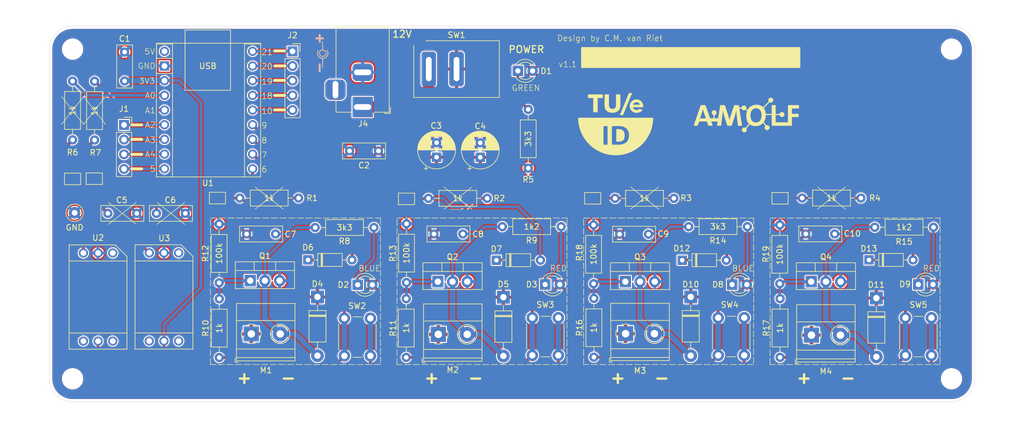
<source format=kicad_pcb>
(kicad_pcb (version 20240108) (generator "pcbnew") (generator_version "8.0")
  (layers (0 "F.Cu" signal) (31 "B.Cu" signal) (34 "B.Paste" user) (35 "F.Paste" user) (36 "B.SilkS" user "B.Silkscreen") (37 "F.SilkS" user "F.Silkscreen") (38 "B.Mask" user) (39 "F.Mask" user) (44 "Edge.Cuts" user))
  (net 0 "")
  (net 1 "GND")
  (net 2 "+12V")
  (net 3 "Net-(Q1-G)")
  (net 4 "Net-(D1-K)")
  (net 5 "Net-(D6-K)")
  (net 6 "+3.3V")
  (net 7 "SENSOR_1")
  (net 8 "PUMP_1")
  (net 9 "VALVE_1")
  (net 10 "VALVE_2")
  (net 11 "PUMP_2")
  (net 12 "SENSOR_2")
  (net 13 "Net-(D2-K)")
  (net 14 "Net-(Q3-G)")
  (net 15 "Net-(D8-K)")
  (net 16 "Net-(D7-K)")
  (net 17 "Net-(Q2-G)")
  (net 18 "Net-(Q4-G)")
  (net 19 "Net-(J2-Pin_3)")
  (net 20 "Net-(J2-Pin_2)")
  (net 21 "Net-(J2-Pin_1)")
  (net 22 "Net-(D5-A)")
  (net 23 "Net-(D11-A)")
  (net 24 "Net-(D3-K)")
  (net 25 "Net-(D9-K)")
  (net 29 "Net-(D10-A)")
  (net 30 "Net-(D4-A)")
  (net 31 "Net-(D12-K)")
  (net 32 "Net-(SW1-A)")
  (net 33 "Net-(D13-K)")
  (net 34 "Net-(JP5-B)")
  (net 35 "Net-(JP6-B)")
  (net 36 "Net-(J2-Pin_4)")
  (net 37 "Net-(JP1-B)")
  (net 38 "Net-(JP2-B)")
  (net 39 "Net-(JP3-A)")
  (net 40 "Net-(JP4-A)")
  (net 45 "Net-(J1-Pin_4)")
  (net 46 "Net-(J1-Pin_3)")
  (net 47 "Net-(J1-Pin_1)")
  (net 48 "Net-(J1-Pin_2)")
  (net 49 "Net-(J2-Pin_5)")
  (footprint "Jumper:SolderJumper-2_P1.3mm_Bridged_Pad1.0x1.5mm" (layer "F.Cu") (at 97.75 53.4 180)
    (property "Reference" "JP6" (hide yes))
    (property "Value" "jumper")
  )
  (footprint "Resistor_THT:R_Axial_DIN0207_L6.3mm_D2.5mm_P10.16mm_Horizontal" (layer "F.Cu") (at 220.17 56.75)
    (property "Reference" "R4")
    (property "Value" "1k")
  )
  (footprint "Capacitor_THT:C_Rect_L7.2mm_W2.5mm_P5.00mm_FKS2_FKP2_MKS2_MKP2" (layer "F.Cu") (at 103 36.5 90)
    (property "Reference" "C1")
    (property "Value" "100nF")
  )
  (footprint "Resistor_THT:R_Axial_DIN0207_L6.3mm_D2.5mm_P10.16mm_Horizontal" (layer "F.Cu") (at 119.35 71.41 90)
    (property "Reference" "R12")
    (property "Value" "100k")
  )
  (footprint "MountingHole:MountingHole_3.2mm_M3_DIN965" (layer "F.Cu") (at 246 88)
    (property "Reference" "REF**" (hide yes))
    (property "Value" "MountingHole_3.2mm_M3_DIN965")
  )
  (footprint "Resistor_THT:R_Axial_DIN0207_L6.3mm_D2.5mm_P10.16mm_Horizontal" (layer "F.Cu") (at 146.11 61.85 180)
    (property "Reference" "R8")
    (property "Value" "3k3")
  )
  (footprint "Resistor_THT:R_Axial_DIN0207_L6.3mm_D2.5mm_P10.16mm_Horizontal" (layer "F.Cu") (at 97.8 46.71 90)
    (property "Reference" "R7")
    (property "Value" "1k")
  )
  (footprint "LED_THT:LED_D3.0mm" (layer "F.Cu") (at 171.01 34.75)
    (property "Reference" "D1")
    (property "Value" "LED_Green")
  )
  (footprint "Button_Switch_THT:SW_PUSH_6mm" (layer "F.Cu") (at 205.65 83.95 90)
    (property "Reference" "SW4")
    (property "Value" "SW_Push")
  )
  (footprint "Resistor_THT:R_Axial_DIN0207_L6.3mm_D2.5mm_P10.16mm_Horizontal" (layer "F.Cu") (at 151.7 84.31 90)
    (property "Reference" "R11")
    (property "Value" "1k")
  )
  (footprint "Connector_PinSocket_2.54mm:PinSocket_1x04_P2.54mm_Vertical" (layer "F.Cu") (at 102.9 44.1)
    (property "Reference" "J1")
    (property "Value" "Conn")
  )
  (footprint "Library:ESP32-C3-Zero" (layer "F.Cu") (at 117.509 51.693)
    (property "Reference" "U1")
    (property "Value" "ESP32-C3-Zero")
  )
  (footprint "Capacitor_THT:C_Rect_L7.2mm_W2.5mm_P5.00mm_FKS2_FKP2_MKS2_MKP2" (layer "F.Cu") (at 124.1 62.96)
    (property "Reference" "C7")
    (property "Value" "100nF")
  )
  (footprint "Diode_THT:D_DO-41_SOD81_P10.16mm_Horizontal" (layer "F.Cu") (at 168.5 73.9 -90)
    (property "Reference" "D5")
    (property "Value" "1N4001")
  )
  (footprint "Capacitor_THT:C_Rect_L7.2mm_W2.5mm_P5.00mm_FKS2_FKP2_MKS2_MKP2" (layer "F.Cu") (at 108.5 59.4)
    (property "Reference" "C6")
    (property "Value" "100nF")
  )
  (footprint "Package_TO_SOT_THT:TO-220-3_Vertical" (layer "F.Cu") (at 221.74 71.21)
    (property "Reference" "Q4")
    (property "Value" "IRLB8743PBF")
  )
  (footprint "Package_TO_SOT_THT:TO-220-3_Vertical" (layer "F.Cu") (at 124.72 71.04)
    (property "Reference" "Q1")
    (property "Value" "IRLB8743PBF")
  )
  (footprint "Resistor_THT:R_Axial_DIN0207_L6.3mm_D2.5mm_P10.16mm_Horizontal" (layer "F.Cu") (at 210.7 61.7 180)
    (property "Reference" "R14")
    (property "Value" "3k3")
  )
  (footprint "Resistor_THT:R_Axial_DIN0207_L6.3mm_D2.5mm_P10.16mm_Horizontal" (layer "F.Cu") (at 187.82 56.8)
    (property "Reference" "R3")
    (property "Value" "1k")
  )
  (footprint "Capacitor_THT:C_Rect_L7.2mm_W2.5mm_P5.00mm_FKS2_FKP2_MKS2_MKP2" (layer "F.Cu") (at 156.5 62.96)
    (property "Reference" "C8")
    (property "Value" "100nF")
  )
  (footprint "Button_Switch_THT:SW_PUSH_6mm" (layer "F.Cu") (at 173.5 83.95 90)
    (property "Reference" "SW3")
    (property "Value" "SW_Push")
  )
  (footprint "Capacitor_THT:C_Rect_L7.2mm_W2.5mm_P5.00mm_FKS2_FKP2_MKS2_MKP2" (layer "F.Cu") (at 146.9 48.6 180)
    (property "Reference" "C2")
    (property "Value" "100nF")
  )
  (footprint "Library:MCP_H10_breakout" (layer "F.Cu") (at 98.41 73.87 -90)
    (property "Reference" "U2")
    (property "Value" "~")
  )
  (footprint "Resistor_THT:R_Axial_DIN0207_L6.3mm_D2.5mm_P10.16mm_Horizontal" (layer "F.Cu") (at 184.15 84.26 90)
    (property "Reference" "R16")
    (property "Value" "1k")
  )
  (footprint "Connector_PinSocket_2.54mm:PinSocket_1x05_P2.54mm_Vertical" (layer "F.Cu") (at 132.035 31.375)
    (property "Reference" "J2")
    (property "Value" "Conn")
  )
  (footprint "LED_THT:LED_D3.0mm" (layer "F.Cu") (at 240.26 71.7)
    (property "Reference" "D9")
    (property "Value" "LED_Red")
  )
  (footprint "Resistor_THT:R_Axial_DIN0207_L6.3mm_D2.5mm_P10.16mm_Horizontal" (layer "F.Cu") (at 184.1 71.56 90)
    (property "Reference" "R18")
    (property "Value" "100k")
  )
  (footprint "Capacitor_THT:C_Rect_L7.2mm_W2.5mm_P5.00mm_FKS2_FKP2_MKS2_MKP2" (layer "F.Cu") (at 188.6 63)
    (property "Reference" "C9")
    (property "Value" "100nF")
  )
  (footprint "Resistor_THT:R_Axial_DIN0207_L6.3mm_D2.5mm_P10.16mm_Horizontal" (layer "F.Cu") (at 151.75 71.36 90)
    (property "Reference" "R13")
    (property "Value" "100k")
  )
  (footprint "TerminalBlock_Phoenix:TerminalBlock_Phoenix_MKDS-1,5-2_1x02_P5.00mm_Horizontal" (layer "F.Cu") (at 157.25 80.32)
    (property "Reference" "M2")
    (property "Value" "Valve")
  )
  (footprint "Diode_THT:D_DO-35_SOD27_P7.62mm_Horizontal" (layer "F.Cu") (at 231.73 67.45)
    (property "Reference" "D13")
    (property "Value" "1N4148")
  )
  (footprint "Capacitor_THT:C_Rect_L7.2mm_W2.5mm_P5.00mm_FKS2_FKP2_MKS2_MKP2" (layer "F.Cu") (at 220.8 62.95)
    (property "Reference" "C10")
    (property "Value" "100nF")
  )
  (footprint "Capacitor_THT:CP_Radial_D6.3mm_P2.50mm" (layer "F.Cu") (at 164.5 49.7 90)
    (property "Reference" "C4")
    (property "Value" "100uF")
  )
  (footprint "Capacitor_THT:CP_Radial_D6.3mm_P2.50mm" (layer "F.Cu") (at 156.95 49.68238 90)
    (property "Reference" "C3")
    (property "Value" "100uF")
  )
  (footprint "Resistor_THT:R_Axial_DIN0207_L6.3mm_D2.5mm_P10.16mm_Horizontal" (layer "F.Cu") (at 133.08 56.75 180)
    (property "Reference" "R1")
    (property "Value" "1k")
  )
  (footprint "Button_Switch_THT:SW_PUSH_6mm" (layer "F.Cu") (at 238.03 83.96 90)
    (property "Reference" "SW5")
    (property "Value" "SW_Push")
  )
  (footprint "Resistor_THT:R_Axial_DIN0207_L6.3mm_D2.5mm_P10.16mm_Horizontal" (layer "F.Cu") (at 119.37 84.33 90)
    (property "Reference" "R10")
    (property "Value" "1k")
  )
  (footprint "Jumper:SolderJumper-2_P1.3mm_Bridged_Pad1.0x1.5mm" (layer "F.Cu") (at 183.95 56.8)
    (property "Reference" "JP3" (hide yes))
    (property "Value" "jumper")
  )
  (footprint "Diode_THT:D_DO-35_SOD27_P7.62mm_Horizontal" (layer "F.Cu") (at 167.29 67.5)
    (property "Reference" "D7")
    (property "Value" "1N4148")
  )
  (footprint "Jumper:SolderJumper-2_P1.3mm_Bridged_Pad1.0x1.5mm" (layer "F.Cu") (at 216.35 56.8)
    (property "Reference" "JP4" (hide yes))
    (property "Value" "jumper")
  )
  (footprint "Diode_THT:D_DO-41_SOD81_P10.16mm_Horizontal" (layer "F.Cu") (at 200.9 73.85 -90)
    (property "Reference" "D10")
    (property "Value" "1N4001")
  )
  (footprint "Resistor_THT:R_Axial_DIN0207_L6.3mm_D2.5mm_P10.16mm_Horizontal" (layer "F.Cu") (at 94 46.68 90)
    (property "Reference" "R6")
    (property "Value" "1k")
  )
  (footprint "Diode_THT:D_DO-41_SOD81_P10.16mm_Horizontal" (layer "F.Cu") (at 233 74.05 -90)
    (property "Reference" "D11")
    (property "Value" "1N4001")
  )
  (footprint "Resistor_THT:R_Axial_DIN0207_L6.3mm_D2.5mm_P10.16mm_Horizontal" (layer "F.Cu") (at 172.8 51.58 90)
    (property "Reference" "R5")
    (property "Value" "3k3")
  )
  (footprint "TerminalBlock_Phoenix:TerminalBlock_Phoenix_MKDS-1,5-2_1x02_P5.00mm_Horizontal" (layer "F.Cu") (at 221.78 80.46)
    (property "Reference" "M4")
    (property "Value" "Valve")
  )
  (footprint "Package_TO_SOT_THT:TO-220-3_Vertical" (layer "F.Cu") (at 157.17 71.21)
    (property "Reference" "Q2")
    (property "Value" "IRLB8743PBF")
  )
  (footprint "Jumper:SolderJumper-2_P1.3mm_Bridged_Pad1.0x1.5mm" (layer "F.Cu") (at 94 53.45 180)
    (property "Reference" "JP5" (hide yes))
    (property "Value" "jumper")
  )
  (footprint "Resistor_THT:R_Axial_DIN0207_L6.3mm_D2.5mm_P10.16mm_Horizontal" (layer "F.Cu") (at 216.3 71.56 90)
    (property "Reference" "R19")
    (property "Value" "100k")
  )
  (footprint "TerminalBlock_Phoenix:TerminalBlock_Phoenix_MKDS-1,5-2_1x02_P5.00mm_Horizontal" (layer "F.Cu") (at 124.902379 80.25)
    (property "Reference" "M1")
    (property "Value" "Pump")
  )
  (footprint "MountingHole:MountingHole_3.2mm_M3_DIN965" (layer "F.Cu") (at 246 31)
    (property "Reference" "REF**" (hide yes))
    (property "Value" "MountingHole_3.2mm_M3_DIN965")
  )
  (footprint "Jumper:SolderJumper-2_P1.3mm_Bridged_Pad1.0x1.5mm" (layer "F.Cu") (at 119.05 56.75 180)
    (property "Reference" "JP1" (hide yes))
    (property "Value" "jumper")
  )
  (footprint "Jumper:SolderJumper-2_P1.3mm_Bridged_Pad1.0x1.5mm" (layer "F.Cu") (at 151.75 56.9 180)
    (property "Reference" "JP2" (hide yes))
    (property "Value" "jumper")
  )
  (footprint "TerminalBlock_Phoenix:TerminalBlock_Phoenix_MKDS-1,5-2_1x02_P5.00mm_Horizontal" (layer "F.Cu") (at 189.63 80.21)
    (property "Reference" "M3")
    (property "Value" "Pump")
  )
  (footprint "Resistor_THT:R_Axial_DIN0207_L6.3mm_D2.5mm_P10.16mm_Horizontal" (layer "F.Cu") (at 165.7 56.8 180)
    (property "Reference" "R2")
    (property "Value" "1k")
  )
  (footprint "MountingHole:MountingHole_3.2mm_M3_DIN965" (layer "F.Cu") (at 94 88)
    (property "Reference" "REF**" (hide yes))
    (property "Value" "MountingHole_3.2mm_M3_DIN965")
  )
  (footprint "Button_Switch_THT:SW_PUSH_6mm" (layer "F.Cu") (at 141 84.04 90)
    (property "Reference" "SW2")
    (property "Value" "SW_Push")
  )
  (footprint "Package_TO_SOT_THT:TO-220-3_Vertical" (layer "F.Cu") (at 189.59 71.21)
    (property "Reference" "Q3")
    (property "Value" "IRLB8743PBF")
  )
  (footprint "Resistor_THT:R_Axial_DIN0207_L6.3mm_D2.5mm_P10.16mm_Horizontal" (layer "F.Cu") (at 242.88 61.8 180)
    (property "Reference" "R15")
    (property "Value" "1k2")
  )
  (footprint "Diode_THT:D_DO-35_SOD27_P7.62mm_Horizontal" (layer "F.Cu") (at 134.7 67.45)
    (property "Reference" "D6")
    (property "Value" "1N4148")
  )
  (footprint "Library:MCP_H10_breakout" (layer "F.Cu") (at 109.8 73.85 -90)
    (property "Reference" "U3")
    (property "Value" "~")
  )
  (footprint "Diode_THT:D_DO-41_SOD81_P10.16mm_Horizontal" (layer "F.Cu") (at 136.35 73.85 -90)
    (property "Reference" "D4")
    (property "Value" "1N4001")
  )
  (footprint "Resistor_THT:R_Axial_DIN0207_L6.3mm_D2.5mm_P10.16mm_Horizontal" (layer "F.Cu") (at 178.48 61.7 180)
    (property "Reference" "R9")
    (property "Value" "1k2")
  )
  (footprint "Resistor_THT:R_Axial_DIN0207_L6.3mm_D2.5mm_P10.16mm_Horizontal" (layer "F.Cu") (at 216.35 84.3 90)
    (property "Reference" "R17")
    (property "Value" "1k")
  )
  (footprint "LED_THT:LED_D3.0mm" (layer "F.Cu") (at 175.725 71.7)
    (property "Reference" "D3")
    (property "Value" "LED_Red")
  )
  (footprint "Library:SW_rocker_switch_small" (layer "F.Cu") (at 160.398 34.45)
    (property "Reference" "SW1")
    (property "Value" "SW_SPST")
  )
  (footprint "Connector_BarrelJack:BarrelJack_Horizontal" (layer "F.Cu") (at 144.1575 41.0075 -90)
    (property "Reference" "J4")
    (property "Value" "Barrel_Jack")
  )
  (footprint "TestPoint:TestPoint_Loop_D2.50mm_Drill1.0mm" (layer "F.Cu") (at 94.35 59.3)
    (property "Reference" "GND")
    (property "Value" "GND")
  )
  (footprint "LED_THT:LED_D3.0mm" (layer "F.Cu") (at 208.06 71.71)
    (property "Reference" "D8")
    (property "Value" "LED_Blue")
  )
  (footprint "Diode_THT:D_DO-35_SOD27_P7.62mm_Horizontal" (layer "F.Cu") (at 199.43 67.5)
    (property "Reference" "D12")
    (property "Value" "1N4148")
  )
  (footprint "Capacitor_THT:C_Rect_L7.2mm_W2.5mm_P5.00mm_FKS2_FKP2_MKS2_MKP2" (layer "F.Cu") (at 100.1 59.4)
    (property "Reference" "C5")
    (property "Value" "100nF")
  )
  (footprint "LED_THT:LED_D3.0mm" (layer "F.Cu") (at 143.3 71.75)
    (property "Reference" "D2")
    (property "Value" "LED_Blue")
  )
  (footprint "MountingHole:MountingHole_3.2mm_M3_DIN965" (layer "F.Cu") (at 94 31)
    (property "Reference" "REF**" (hide yes))
    (property "Value" "MountingHole_3.2mm_M3_DIN965")
  )
  (gr_line (start 137.25 32.6) (end 137.25 34.2) (stroke (width 0.12)) (layer "B.SilkS"))
  (gr_arc (start 137.999999 31.200001) (mid 137.25 32.601386) (end 136.500001 31.200001) (stroke (width 0.12)) (layer "B.SilkS"))
  (gr_line (start 137.25 31.140984) (end 137.25 29.7) (stroke (width 0.12)) (layer "B.SilkS"))
  (gr_circle (center 137.25 31.7) (end 137.75 31.45) (stroke (width 0.12)) (fill none) (layer "B.SilkS"))
  (gr_line (start 130.65 39) (end 128.95 39) (stroke (width 0.5)) (layer "F.SilkS"))
  (gr_poly (pts (xy 215.493682 40.669897) (xy 215.502899 40.670802) (xy 215.511521 40.672263) (xy 215.519569 40.674239) (xy 215.527063 40.67669) (xy 215.534021 40.679578) (xy 215.540464 40.682863) (xy 215.546412 40.686504) (xy 215.551884 40.690462) (xy 215.5569 40.694698) (xy 215.561481 40.699172) (xy 215.565645 40.703845) (xy 215.569413 40.708675) (xy 215.572805 40.713625) (xy 215.57584 40.718654) (xy 215.578538 40.723723) (xy 215.580919 40.728791) (xy 215.583003 40.733821) (xy 215.586358 40.743601) (xy 215.588762 40.752747) (xy 215.590374 40.760942) (xy 215.591351 40.767867) (xy 215.591853 40.773207) (xy 215.592065 40.777859) (xy 215.592065 43.539413) (xy 215.592375 43.54925) (xy 215.59328 43.558472) (xy 215.594741 43.567099) (xy 215.596717 43.575152) (xy 215.599169 43.582649) (xy 215.602057 43.589611) (xy 215.605341 43.596057) (xy 215.608982 43.602008) (xy 215.612941 43.607483) (xy 215.617177 43.612503) (xy 215.621651 43.617086) (xy 215.626323 43.621252) (xy 215.631154 43.625022) (xy 215.636103 43.628416) (xy 215.641133 43.631452) (xy 215.646201 43.634152) (xy 215.65127 43.636534) (xy 215.656299 43.638619) (xy 215.66608 43.641976) (xy 215.675226 43.644382) (xy 215.68342 43.645994) (xy 215.690346 43.646972) (xy 215.695686 43.647475) (xy 215.700338 43.647686) (xy 217.710062 43.647686) (xy 217.710062 40.777859) (xy 217.710372 40.768023) (xy 217.711278 40.758801) (xy 217.712738 40.750173) (xy 217.714714 40.742121) (xy 217.717166 40.734623) (xy 217.720054 40.727661) (xy 217.723338 40.721215) (xy 217.726979 40.715264) (xy 217.730938 40.709789) (xy 217.735174 40.70477) (xy 217.739648 40.700187) (xy 217.74432 40.69602) (xy 217.749151 40.69225) (xy 217.7541 40.688857) (xy 217.759129 40.68582) (xy 217.764198 40.68312) (xy 217.769267 40.680738) (xy 217.774296 40.678653) (xy 217.784076 40.675296) (xy 217.793222 40.67289) (xy 217.801417 40.671278) (xy 217.808342 40.6703) (xy 217.813682 40.669798) (xy 217.818334 40.669586) (xy 219.518222 40.669586) (xy 219.528059 40.669897) (xy 219.537281 40.670802) (xy 219.545908 40.672263) (xy 219.553961 40.674239) (xy 219.561458 40.67669) (xy 219.56842 40.679578) (xy 219.574867 40.682863) (xy 219.580818 40.686504) (xy 219.586293 40.690462) (xy 219.591312 40.694698) (xy 219.595895 40.699172) (xy 219.600061 40.703845) (xy 219.603831 40.708675) (xy 219.607225 40.713625) (xy 219.610261 40.718654) (xy 219.612961 40.723723) (xy 219.615343 40.728791) (xy 219.617428 40.733821) (xy 219.620785 40.743601) (xy 219.623191 40.752747) (xy 219.624803 40.760942) (xy 219.625781 40.767867) (xy 219.626284 40.773207) (xy 219.626495 40.777859) (xy 219.626495 41.150624) (xy 219.626184 41.160461) (xy 219.625279 41.169683) (xy 219.623819 41.178311) (xy 219.621843 41.186363) (xy 219.619391 41.19386) (xy 219.616503 41.200822) (xy 219.613219 41.207269) (xy 219.609577 41.21322) (xy 219.605619 41.218695) (xy 219.601383 41.223714) (xy 219.596909 41.228297) (xy 219.592237 41.232464) (xy 219.587406 41.236234) (xy 219.582456 41.239627) (xy 219.577427 41.242664) (xy 219.572359 41.245363) (xy 219.56729 41.247746) (xy 219.562261 41.249831) (xy 219.552481 41.253188) (xy 219.543335 41.255593) (xy 219.53514 41.257206) (xy 219.528214 41.258184) (xy 219.522875 41.258686) (xy 219.518222 41.258898) (xy 218.508436 41.258898) (xy 218.498599 41.259208) (xy 218.489377 41.260114) (xy 218.480749 41.261574) (xy 218.472697 41.26355) (xy 218.465199 41.266002) (xy 218.458237 41.26889) (xy 218.451791 41.272174) (xy 218.44584 41.275815) (xy 218.440365 41.279774) (xy 218.435345 41.28401) (xy 218.430762 41.288484) (xy 218.426596 41.293156) (xy 218.422825 41.297987) (xy 218.419432 41.302936) (xy 218.416395 41.307966) (xy 218.413696 41.313034) (xy 218.411313 41.318103) (xy 218.409228 41.323132) (xy 218.405871 41.332913) (xy 218.403466 41.342059) (xy 218.401853 41.350253) (xy 218.400875 41.357179) (xy 218.400373 41.362518) (xy 218.400161 41.367171) (xy 218.400161 42.069039) (xy 218.400472 42.078871) (xy 218.401377 42.088088) (xy 218.402838 42.096711) (xy 218.404814 42.104759) (xy 218.407266 42.112252) (xy 218.410154 42.11921) (xy 218.413438 42.125653) (xy 218.417079 42.131601) (xy 218.421038 42.137073) (xy 218.425274 42.14209) (xy 218.429748 42.14667) (xy 218.43442 42.150834) (xy 218.439251 42.154603) (xy 218.444201 42.157994) (xy 218.44923 42.161029) (xy 218.454299 42.163727) (xy 218.459367 42.166108) (xy 218.464396 42.168192) (xy 218.474177 42.171547) (xy 218.483323 42.173952) (xy 218.491518 42.175563) (xy 218.498444 42.176541) (xy 218.503783 42.177043) (xy 218.508436 42.177254) (xy 219.449152 42.177254) (xy 219.458988 42.177565) (xy 219.46821 42.17847) (xy 219.476838 42.17993) (xy 219.48489 42.181906) (xy 219.492387 42.184358) (xy 219.499349 42.187246) (xy 219.505796 42.19053) (xy 219.511747 42.194172) (xy 219.517222 42.19813) (xy 219.522241 42.202366) (xy 219.526824 42.20684) (xy 219.53099 42.211512) (xy 219.534761 42.216343) (xy 219.538154 42.221293) (xy 219.541191 42.226322) (xy 219.54389 42.231391) (xy 219.546272 42.236459) (xy 219.548357 42.241488) (xy 219.551715 42.251269) (xy 219.55412 42.260415) (xy 219.555732 42.26861) (xy 219.55671 42.275535) (xy 219.557213 42.280875) (xy 219.557424 42.285527) (xy 219.557424 42.636931) (xy 219.557114 42.646768) (xy 219.556208 42.65599) (xy 219.554748 42.664617) (xy 219.552772 42.67267) (xy 219.55032 42.680167) (xy 219.547432 42.687129) (xy 219.544148 42.693576) (xy 219.540507 42.699526) (xy 219.536548 42.705002) (xy 219.532312 42.710021) (xy 219.527838 42.714604) (xy 219.523166 42.71877) (xy 219.518335 42.72254) (xy 219.513386 42.725934) (xy 219.508357 42.728971) (xy 219.503288 42.73167) (xy 219.498219 42.734052) (xy 219.49319 42.736137) (xy 219.48341 42.739495) (xy 219.474264 42.7419) (xy 219.466069 42.743512) (xy 219.459144 42.744491) (xy 219.453804 42.744993) (xy 219.449152 42.745204) (xy 218.508436 42.745204) (xy 218.498599 42.745515) (xy 218.489377 42.74642) (xy 218.48075 42.747881) (xy 218.472697 42.749857) (xy 218.4652 42.752308) (xy 218.458238 42.755196) (xy 218.451792 42.758481) (xy 218.445841 42.762122) (xy 218.440366 42.76608) (xy 218.435347 42.770316) (xy 218.430764 42.77479) (xy 218.426597 42.779463) (xy 218.422827 42.784293) (xy 218.419433 42.789243) (xy 218.416397 42.794272) (xy 218.413697 42.799341) (xy 218.411315 42.804409) (xy 218.40923 42.809439) (xy 218.405873 42.819219) (xy 218.403468 42.828365) (xy 218.401855 42.83656) (xy 218.400877 42.843485) (xy 218.400375 42.848825) (xy 218.400163 42.853477) (xy 218.400163 44.144539) (xy 218.399853 44.154376) (xy 218.398948 44.163598) (xy 218.397488 44.172226) (xy 218.395513 44.180278) (xy 218.393063 44.187775) (xy 218.390177 44.194737) (xy 218.386894 44.201184) (xy 218.383255 44.207135) (xy 218.379298 44.21261) (xy 218.375065 44.217629) (xy 218.370593 44.222212) (xy 218.365923 44.226379) (xy 218.361095 44.230149) (xy 218.356148 44.233542) (xy 218.351122 44.236579) (xy 218.346056 44.239278) (xy 218.34099 44.241661) (xy 218.335963 44.243746) (xy 218.326188 44.247103) (xy 218.317047 44.249508) (xy 218.308857 44.251121) (xy 218.301935 44.252099) (xy 218.296598 44.252601) (xy 218.291948 44.252812) (xy 217.893478 44.252812) (xy 217.893392 44.252451) (xy 217.815342 44.252451) (xy 217.815552 44.252456) (xy 217.815756 44.252467) (xy 217.815952 44.252485) (xy 217.816143 44.252508) (xy 217.816513 44.252566) (xy 217.816871 44.252632) (xy 217.817227 44.252698) (xy 217.817587 44.252756) (xy 217.817771 44.252779) (xy 217.81796 44.252797) (xy 217.818154 44.252808) (xy 217.818353 44.252812) (xy 215.010205 44.252812) (xy 215.000368 44.252502) (xy 214.991146 44.251596) (xy 214.982519 44.250136) (xy 214.974467 44.24816) (xy 214.966969 44.245708) (xy 214.960007 44.24282) (xy 214.953561 44.239536) (xy 214.94761 44.235895) (xy 214.942135 44.231936) (xy 214.937116 44.2277) (xy 214.932533 44.223226) (xy 214.928366 44.218554) (xy 214.924596 44.213723) (xy 214.921203 44.208774) (xy 214.918166 44.203745) (xy 214.915466 44.198676) (xy 214.913084 44.193607) (xy 214.910999 44.188578) (xy 214.907642 44.178798) (xy 214.905237 44.169652) (xy 214.903624 44.161457) (xy 214.902646 44.154531) (xy 214.902144 44.149192) (xy 214.901932 44.144539) (xy 214.901932 43.647779) (xy 217.71009 43.647779) (xy 217.71009 43.648348) (xy 217.710266 43.648348) (xy 217.71009 43.647779) (xy 214.901932 43.647779) (xy 214.901932 40.777859) (xy 214.902243 40.768023) (xy 214.903148 40.758801) (xy 214.904609 40.750173) (xy 214.906585 40.742121) (xy 214.909036 40.734623) (xy 214.911924 40.727661) (xy 214.915209 40.721215) (xy 214.91885 40.715264) (xy 214.922808 40.709789) (xy 214.927044 40.70477) (xy 214.931518 40.700187) (xy 214.93619 40.69602) (xy 214.941021 40.69225) (xy 214.945971 40.688857) (xy 214.951 40.68582) (xy 214.956069 40.68312) (xy 214.961137 40.680738) (xy 214.966166 40.678653) (xy 214.975947 40.675296) (xy 214.985093 40.67289) (xy 214.993287 40.671278) (xy 215.000213 40.6703) (xy 215.005553 40.669798) (xy 215.010205 40.669586) (xy 215.48385 40.669586)) (stroke (width -0.000001)) (fill solid) (layer "F.SilkS"))
  (gr_line (start 125.6 58.65) (end 130.4 54.85) (stroke (width 0.1)) (layer "F.SilkS"))
  (gr_poly (pts (xy 189.2 42.4) (xy 188.644375 42.4) (xy 190.205417 38.590001) (xy 190.761042 38.590001)) (stroke (width -0.000001)) (fill solid) (layer "F.SilkS"))
  (gr_line (start 108.6 61.3) (end 113.4 57.5) (stroke (width 0.1)) (layer "F.SilkS"))
  (gr_poly (pts (xy 191.575476 39.689521) (xy 191.635003 39.693974) (xy 191.693614 39.701309) (xy 191.751239 39.711457) (xy 191.807808 39.724346) (xy 191.863251 39.739908) (xy 191.917497 39.758071) (xy 191.970476 39.778765) (xy 192.022119 39.801921) (xy 192.072353 39.827467) (xy 192.121111 39.855334) (xy 192.16832 39.885451) (xy 192.213911 39.917749) (xy 192.257814 39.952156) (xy 192.299958 39.988603) (xy 192.340273 40.027019) (xy 192.378689 40.067334) (xy 192.415136 40.109478) (xy 192.449544 40.153381) (xy 192.481841 40.198972) (xy 192.511958 40.246182) (xy 192.539825 40.294939) (xy 192.565371 40.345173) (xy 192.588527 40.396815) (xy 192.609221 40.449795) (xy 192.627384 40.504041) (xy 192.642946 40.559483) (xy 192.655836 40.616053) (xy 192.665983 40.673678) (xy 192.673318 40.732289) (xy 192.677771 40.791816) (xy 192.679271 40.852188) (xy 192.679064 40.901797) (xy 192.678573 40.926602) (xy 192.677617 40.951407) (xy 192.676041 40.976211) (xy 192.67369 41.001016) (xy 192.670408 41.025821) (xy 192.66837 41.038223) (xy 192.666041 41.050626) (xy 190.893334 41.050626) (xy 190.910199 41.099427) (xy 190.930902 41.146485) (xy 190.955248 41.191605) (xy 190.983043 41.234594) (xy 191.014094 41.275256) (xy 191.048207 41.3134) (xy 191.085188 41.348831) (xy 191.124843 41.381355) (xy 191.166979 41.410778) (xy 191.211401 41.436907) (xy 191.257916 41.459548) (xy 191.306331 41.478506) (xy 191.35645 41.493589) (xy 191.382089 41.499617) (xy 191.408082 41.504603) (xy 191.434403 41.508523) (xy 191.461031 41.511353) (xy 191.487939 41.513069) (xy 191.515103 41.513646) (xy 191.552149 41.513013) (xy 191.588846 41.511063) (xy 191.625155 41.507717) (xy 191.661038 41.502898) (xy 191.696456 41.496529) (xy 191.731369 41.488532) (xy 191.765741 41.478829) (xy 191.799531 41.467344) (xy 191.832701 41.453999) (xy 191.865212 41.438716) (xy 191.897025 41.421417) (xy 191.928102 41.402025) (xy 191.958404 41.380463) (xy 191.987892 41.356653) (xy 192.016527 41.330518) (xy 192.044271 41.30198) (xy 192.573437 41.513646) (xy 192.528995 41.571614) (xy 192.480213 41.626404) (xy 192.427399 41.677939) (xy 192.370865 41.72614) (xy 192.310921 41.77093) (xy 192.247875 41.812233) (xy 192.18204 41.849969) (xy 192.113723 41.884063) (xy 192.043237 41.914436) (xy 191.97089 41.94101) (xy 191.896992 41.963709) (xy 191.821855 41.982455) (xy 191.745787 41.997169) (xy 191.669099 42.007776) (xy 191.592101 42.014197) (xy 191.515103 42.016354) (xy 191.454731 42.014855) (xy 191.395204 42.010402) (xy 191.336593 42.003067) (xy 191.278968 41.992919) (xy 191.222399 41.98003) (xy 191.166956 41.964468) (xy 191.11271 41.946305) (xy 191.059731 41.925611) (xy 191.008089 41.902455) (xy 190.957854 41.876909) (xy 190.909097 41.849042) (xy 190.861888 41.818925) (xy 190.816297 41.786627) (xy 190.772394 41.75222) (xy 190.73025 41.715773) (xy 190.689934 41.677357) (xy 190.651518 41.637042) (xy 190.615071 41.594898) (xy 190.580664 41.550995) (xy 190.548367 41.505404) (xy 190.51825 41.458195) (xy 190.490383 41.409438) (xy 190.464836 41.359203) (xy 190.441681 41.307561) (xy 190.420986 41.254582) (xy 190.402823 41.200335) (xy 190.387262 41.144893) (xy 190.374372 41.088323) (xy 190.364225 41.030698) (xy 190.356889 40.972087) (xy 190.352437 40.91256) (xy 190.350937 40.852188) (xy 190.352474 40.791816) (xy 190.357035 40.732289) (xy 190.364541 40.673678) (xy 190.374915 40.616053) (xy 190.378456 40.600834) (xy 190.906562 40.600834) (xy 192.123645 40.600834) (xy 192.104602 40.556987) (xy 192.082304 40.514844) (xy 192.056905 40.474563) (xy 192.028561 40.436296) (xy 191.997426 40.4002) (xy 191.963655 40.36643) (xy 191.927404 40.33514) (xy 191.888828 40.306485) (xy 191.848081 40.280621) (xy 191.805319 40.257702) (xy 191.760696 40.237885) (xy 191.714368 40.221322) (xy 191.66649 40.208171) (xy 191.617216 40.198585) (xy 191.566702 40.192719) (xy 191.515103 40.19073) (xy 191.489216 40.191231) (xy 191.46365 40.192719) (xy 191.438419 40.195177) (xy 191.413534 40.198585) (xy 191.389007 40.202922) (xy 191.364851 40.208171) (xy 191.341078 40.21431) (xy 191.3177 40.221322) (xy 191.294728 40.229187) (xy 191.272176 40.237885) (xy 191.250055 40.247396) (xy 191.228377 40.257702) (xy 191.207155 40.268784) (xy 191.1864 40.280621) (xy 191.166125 40.293195) (xy 191.146341 40.306485) (xy 191.127061 40.320473) (xy 191.108297 40.33514) (xy 191.090062 40.350465) (xy 191.072366 40.36643) (xy 191.055223 40.383015) (xy 191.038644 40.4002) (xy 191.007228 40.436296) (xy 190.978215 40.474563) (xy 190.951702 40.514844) (xy 190.927785 40.556987) (xy 190.906562 40.600834) (xy 190.378456 40.600834) (xy 190.388079 40.559483) (xy 190.403957 40.504041) (xy 190.42247 40.449795) (xy 190.443541 40.396815) (xy 190.467093 40.345173) (xy 190.493047 40.294939) (xy 190.521327 40.246181) (xy 190.551855 40.198972) (xy 190.584553 40.153381) (xy 190.619344 40.109478) (xy 190.656151 40.067334) (xy 190.694895 40.027019) (xy 190.7355 39.988603) (xy 190.777887 39.952156) (xy 190.82198 39.917749) (xy 190.867701 39.885451) (xy 190.914972 39.855334) (xy 190.963716 39.827467) (xy 191.013855 39.801921) (xy 191.065312 39.778765) (xy 191.118009 39.758071) (xy 191.171868 39.739908) (xy 191.226813 39.724346) (xy 191.282766 39.711457) (xy 191.339649 39.701309) (xy 191.397384 39.693974) (xy 191.455895 39.689521) (xy 191.515103 39.688021)) (stroke (width -0.000001)) (fill solid) (layer "F.SilkS"))
  (gr_poly (pts (xy 210.127057 40.731169) (xy 210.148574 40.732805) (xy 210.169779 40.735499) (xy 210.190644 40.739224) (xy 210.211143 40.743954) (xy 210.231249 40.749662) (xy 210.250936 40.756322) (xy 210.270177 40.763907) (xy 210.288946 40.77239) (xy 210.307215 40.781745) (xy 210.324958 40.791945) (xy 210.342149 40.802964) (xy 210.358761 40.814776) (xy 210.374768 40.827352) (xy 210.390141 40.840668) (xy 210.404856 40.854696) (xy 210.418886 40.86941) (xy 210.432203 40.884782) (xy 210.444781 40.900788) (xy 210.456594 40.917399) (xy 210.467615 40.93459) (xy 210.477817 40.952333) (xy 210.487174 40.970603) (xy 210.495659 40.989372) (xy 210.503246 41.008614) (xy 210.509907 41.028303) (xy 210.515617 41.048412) (xy 210.520348 41.068914) (xy 210.524074 41.089782) (xy 210.526769 41.110991) (xy 210.528405 41.132513) (xy 210.528956 41.154321) (xy 210.528824 41.164961) (xy 210.528439 41.175498) (xy 210.527822 41.185892) (xy 210.52699 41.196104) (xy 210.525963 41.206096) (xy 210.52476 41.215829) (xy 210.523399 41.225263) (xy 210.521899 41.23436) (xy 210.52028 41.243081) (xy 210.518561 41.251387) (xy 210.516759 41.259238) (xy 210.514894 41.266597) (xy 210.512986 41.273424) (xy 210.511052 41.27968) (xy 210.509112 41.285326) (xy 210.507185 41.290323) (xy 210.506385 41.292708) (xy 210.505885 41.295205) (xy 210.505665 41.297802) (xy 210.505709 41.300487) (xy 210.505997 41.303247) (xy 210.506512 41.30607) (xy 210.507237 41.308943) (xy 210.508152 41.311855) (xy 210.509241 41.314793) (xy 210.510485 41.317745) (xy 210.511867 41.320698) (xy 210.513368 41.32364) (xy 210.516657 41.329442) (xy 210.520209 41.335052) (xy 210.52388 41.340371) (xy 210.527527 41.345301) (xy 210.531006 41.349744) (xy 210.534174 41.3536) (xy 210.539004 41.359157) (xy 210.540869 41.361185) (xy 211.056648 41.902375) (xy 210.969062 41.989992) (xy 210.966953 41.992035) (xy 210.964846 41.993949) (xy 210.962743 41.995734) (xy 210.960645 41.997396) (xy 210.956466 42.00036) (xy 210.952318 42.002864) (xy 210.948207 42.004935) (xy 210.944142 42.006598) (xy 210.94013 42.007877) (xy 210.93618 42.008797) (xy 210.932299 42.009385) (xy 210.928495 42.009665) (xy 210.924776 42.009661) (xy 210.92115 42.009401) (xy 210.917624 42.008907) (xy 210.914207 42.008207) (xy 210.910906 42.007324) (xy 210.907729 42.006284) (xy 210.904683 42.005112) (xy 210.901778 42.003834) (xy 210.89902 42.002474) (xy 210.896417 42.001057) (xy 210.893978 41.99961) (xy 210.891709 41.998156) (xy 210.887717 41.995331) (xy 210.884503 41.992783) (xy 210.882129 41.990714) (xy 210.880155 41.988818) (xy 210.429955 41.515526) (xy 210.425865 41.511431) (xy 210.421818 41.507782) (xy 210.417821 41.504558) (xy 210.413877 41.501738) (xy 210.409994 41.499301) (xy 210.406177 41.497228) (xy 210.402431 41.495496) (xy 210.398762 41.494086) (xy 210.395177 41.492976) (xy 210.39168 41.492147) (xy 210.388277 41.491576) (xy 210.384975 41.491245) (xy 210.381778 41.491131) (xy 210.378692 41.491215) (xy 210.375724 41.491475) (xy 210.372878 41.49189) (xy 210.370161 41.492441) (xy 210.367577 41.493107) (xy 210.365134 41.493866) (xy 210.362836 41.494698) (xy 210.360689 41.495583) (xy 210.358699 41.496499) (xy 210.355213 41.498344) (xy 210.352422 41.500067) (xy 210.350372 41.501503) (xy 210.348677 41.50285) (xy 210.340958 41.509202) (xy 210.331899 41.515678) (xy 210.321574 41.522203) (xy 210.310056 41.528705) (xy 210.297416 41.535108) (xy 210.283729 41.541341) (xy 210.269066 41.547329) (xy 210.253501 41.553) (xy 210.237107 41.558278) (xy 210.219955 41.563091) (xy 210.202119 41.567366) (xy 210.183672 41.571028) (xy 210.164686 41.574005) (xy 210.145234 41.576222) (xy 210.125389 41.577606) (xy 210.105223 41.578084) (xy 210.086722 41.577687) (xy 210.068434 41.576517) (xy 210.050378 41.574601) (xy 210.032571 41.571965) (xy 210.015033 41.568639) (xy 209.997782 41.56465) (xy 209.980837 41.560026) (xy 209.964217 41.554793) (xy 209.947939 41.548981) (xy 209.932022 41.542616) (xy 209.916486 41.535726) (xy 209.901348 41.528339) (xy 209.886628 41.520484) (xy 209.872343 41.512186) (xy 209.858513 41.503475) (xy 209.845156 41.494377) (xy 209.83229 41.484921) (xy 209.819934 41.475135) (xy 209.808108 41.465045) (xy 209.796828 41.45468) (xy 209.786114 41.444067) (xy 209.775985 41.433234) (xy 209.766458 41.422209) (xy 209.757554 41.411019) (xy 209.749289 41.399693) (xy 209.741683 41.388257) (xy 209.734754 41.37674) (xy 209.728522 41.365169) (xy 209.723004 41.353573) (xy 209.718219 41.341977) (xy 209.714185 41.330412) (xy 209.710922 41.318903) (xy 209.709332 41.313297) (xy 209.70748 41.308041) (xy 209.705386 41.303124) (xy 209.703072 41.298535) (xy 209.700558 41.294262) (xy 209.697863 41.290294) (xy 209.695009 41.28662) (xy 209.692016 41.283228) (xy 209.688905 41.280108) (xy 209.685696 41.277248) (xy 209.682409 41.274636) (xy 209.679065 41.272261) (xy 209.675685 41.270112) (xy 209.672289 41.268178) (xy 209.668897 41.266448) (xy 209.66553 41.264909) (xy 209.662208 41.263551) (xy 209.658952 41.262363) (xy 209.65272 41.26045) (xy 209.646997 41.259079) (xy 209.641947 41.25816) (xy 209.637735 41.257603) (xy 209.634523 41.257316) (xy 209.631756 41.257196) (xy 208.931355 41.257196) (xy 208.931355 41.133283) (xy 208.931537 41.127498) (xy 208.93207 41.122075) (xy 208.932929 41.117002) (xy 208.934091 41.112266) (xy 208.935532 41.107857) (xy 208.937231 41.103763) (xy 208.939162 41.099972) (xy 208.941304 41.096472) (xy 208.943631 41.093253) (xy 208.946122 41.090301) (xy 208.948753 41.087606) (xy 208.951501 41.085155) (xy 208.954342 41.082938) (xy 208.957253 41.080943) (xy 208.96021 41.079157) (xy 208.963191 41.077569) (xy 208.966172 41.076168) (xy 208.969129 41.074942) (xy 208.974881 41.072968) (xy 208.980259 41.071553) (xy 208.985078 41.070605) (xy 208.989151 41.07003) (xy 208.992291 41.069735) (xy 208.995027 41.06961) (xy 209.626269 41.06961) (xy 209.63209 41.069431) (xy 209.637619 41.06891) (xy 209.642863 41.068069) (xy 209.647828 41.066931) (xy 209.652523 41.065519) (xy 209.656954 41.063856) (xy 209.661127 41.061965) (xy 209.665051 41.059868) (xy 209.668732 41.057588) (xy 209.672178 41.055149) (xy 209.675394 41.052572) (xy 209.678389 41.049882) (xy 209.681169 41.0471) (xy 209.683741 41.044249) (xy 209.686113 41.041353) (xy 209.688291 41.038434) (xy 209.690283 41.035515) (xy 209.692095 41.032619) (xy 209.695209 41.026987) (xy 209.69769 41.021719) (xy 209.699593 41.017) (xy 209.700975 41.013012) (xy 209.701893 41.009937) (xy 209.702559 41.007258) (xy 209.705474 40.994935) (xy 209.709214 40.982556) (xy 209.719092 40.957747) (xy 209.732031 40.933067) (xy 209.747869 40.908749) (xy 209.766444 40.885029) (xy 209.787596 40.86214) (xy 209.811161 40.840318) (xy 209.83698 40.819797) (xy 209.864889 40.800812) (xy 209.894728 40.783597) (xy 209.926334 40.768386) (xy 209.959547 40.755415) (xy 209.994203 40.744919) (xy 210.012023 40.740671) (xy 210.030143 40.73713) (xy 210.048543 40.734325) (xy 210.067203 40.732286) (xy 210.086104 40.73104) (xy 210.105223 40.730618) (xy 210.105253 40.730618)) (stroke (width -0.000001)) (fill solid) (layer "F.SilkS"))
  (gr_line (start 227.65 58.65) (end 222.85 54.85) (stroke (width 0.1)) (layer "F.SilkS"))
  (gr_line (start 105.95 44.1) (end 104.25 44.1) (stroke (width 0.5)) (layer "F.SilkS"))
  (gr_rect (start 214.63 60.21) (end 244.03 85.54) (stroke (width 0.1) (type dash)) (fill none) (layer "F.SilkS"))
  (gr_line (start 137.25 31.140984) (end 137.25 29.7) (stroke (width 0.12)) (layer "F.SilkS"))
  (gr_rect (start 117.85 60.21) (end 147.25 85.54) (stroke (width 0.1) (type dash)) (fill none) (layer "F.SilkS"))
  (gr_poly (pts (xy 211.148136 43.858687) (xy 211.151813 43.86319) (xy 211.155031 43.867689) (xy 211.157812 43.872177) (xy 211.160179 43.876643) (xy 211.162153 43.881079) (xy 211.163758 43.885476) (xy 211.165016 43.889824) (xy 211.165949 43.894114) (xy 211.166581 43.898338) (xy 211.166932 43.902485) (xy 211.167026 43.906546) (xy 211.166886 43.910513) (xy 211.166533 43.914376) (xy 211.165991 43.918126) (xy 211.165281 43.921754) (xy 211.164427 43.92525) (xy 211.16345 43.928606) (xy 211.162373 43.931812) (xy 211.161219 43.934859) (xy 211.16001 43.937737) (xy 211.157518 43.942953) (xy 211.155075 43.947386) (xy 211.152862 43.950961) (xy 211.151059 43.953606) (xy 211.1494 43.955811) (xy 210.553076 44.67772) (xy 210.549469 44.682287) (xy 210.546241 44.686787) (xy 210.543373 44.691215) (xy 210.540848 44.695565) (xy 210.53865 44.699833) (xy 210.536761 44.704012) (xy 210.535163 44.708099) (xy 210.53384 44.712089) (xy 210.532775 44.715975) (xy 210.531949 44.719753) (xy 210.531345 44.723418) (xy 210.530947 44.726964) (xy 210.530737 44.730388) (xy 210.530697 44.733683) (xy 210.530811 44.736844) (xy 210.531061 44.739867) (xy 210.531429 44.742746) (xy 210.5319 44.745476) (xy 210.532454 44.748052) (xy 210.533076 44.750469) (xy 210.533747 44.752722) (xy 210.53445 44.754806) (xy 210.535885 44.758446) (xy 210.537241 44.761348) (xy 210.538382 44.763471) (xy 210.53946 44.765218) (xy 210.544535 44.773053) (xy 210.54963 44.782117) (xy 210.554685 44.792339) (xy 210.559641 44.803649) (xy 210.564438 44.815974) (xy 210.569016 44.829245) (xy 210.573316 44.843389) (xy 210.577278 44.858337) (xy 210.580842 44.874016) (xy 210.583948 44.890355) (xy 210.586537 44.907284) (xy 210.58855 44.924732) (xy 210.589925 44.942627) (xy 210.590605 44.960898) (xy 210.590528 44.979474) (xy 210.589636 44.998285) (xy 210.587565 45.020001) (xy 210.584433 45.041356) (xy 210.580267 45.062324) (xy 210.575095 45.082882) (xy 210.568946 45.103005) (xy 210.561849 45.122667) (xy 210.553831 45.141845) (xy 210.544921 45.160513) (xy 210.535148 45.178647) (xy 210.524539 45.196222) (xy 210.513124 45.213213) (xy 210.500931 45.229596) (xy 210.487987 45.245346) (xy 210.474322 45.260438) (xy 210.459964 45.274848) (xy 210.444942 45.288551) (xy 210.429283 45.301522) (xy 210.413016 45.313736) (xy 210.39617 45.325169) (xy 210.378772 45.335797) (xy 210.360852 45.345593) (xy 210.342437 45.354534) (xy 210.323557 45.362596) (xy 210.304239 45.369752) (xy 210.284512 45.37598) (xy 210.264404 45.381253) (xy 210.243944 45.385547) (xy 210.22316 45.388838) (xy 210.202081 45.3911) (xy 210.180734 45.39231) (xy 210.159149 45.392442) (xy 210.137354 45.391472) (xy 210.115637 45.389401) (xy 210.094282 45.386268) (xy 210.073313 45.3821) (xy 210.052755 45.376926) (xy 210.032632 45.370775) (xy 210.012969 45.363674) (xy 209.99379 45.355653) (xy 209.975121 45.346739) (xy 209.956987 45.336962) (xy 209.939411 45.32635) (xy 209.922419 45.31493) (xy 209.906035 45.302732) (xy 209.890284 45.289785) (xy 209.875191 45.276115) (xy 209.86078 45.261753) (xy 209.847077 45.246726) (xy 209.834105 45.231063) (xy 209.82189 45.214792) (xy 209.810457 45.197942) (xy 209.799829 45.180542) (xy 209.790032 45.162619) (xy 209.781091 45.144202) (xy 209.77303 45.12532) (xy 209.765874 45.106) (xy 209.759647 45.086273) (xy 209.754375 45.066165) (xy 209.750082 45.045706) (xy 209.746792 45.024923) (xy 209.744531 45.003846) (xy 209.743323 44.982502) (xy 209.743193 44.960921) (xy 209.744166 44.939131) (xy 209.746236 44.917412) (xy 209.749369 44.896055) (xy 209.753536 44.875085) (xy 209.758708 44.854525) (xy 209.764857 44.834401) (xy 209.771956 44.814738) (xy 209.779974 44.79556) (xy 209.788885 44.776891) (xy 209.798659 44.758758) (xy 209.809269 44.741183) (xy 209.820685 44.724192) (xy 209.832879 44.70781) (xy 209.845823 44.692061) (xy 209.859489 44.67697) (xy 209.873848 44.662562) (xy 209.888871 44.648861) (xy 209.904531 44.635893) (xy 209.920798 44.623681) (xy 209.937645 44.61225) (xy 209.955043 44.601626) (xy 209.972963 44.591832) (xy 209.991378 44.582894) (xy 210.010258 44.574837) (xy 210.029576 44.567684) (xy 210.049302 44.56146) (xy 210.069409 44.556192) (xy 210.089868 44.551902) (xy 210.11065 44.548615) (xy 210.131728 44.546358) (xy 210.153073 44.545153) (xy 210.174656 44.545026) (xy 210.196449 44.546001) (xy 210.208448 44.547016) (xy 210.220287 44.548355) (xy 210.231926 44.549992) (xy 210.243324 44.551895) (xy 210.25444 44.554036) (xy 210.265233 44.556385) (xy 210.275663 44.558914) (xy 210.28569 44.561593) (xy 210.295271 44.564392) (xy 210.304368 44.567283) (xy 210.312938 44.570236) (xy 210.320942 44.573222) (xy 210.328338 44.576212) (xy 210.335086 44.579176) (xy 210.341146 44.582085) (xy 210.346475 44.58491) (xy 210.348991 44.586113) (xy 210.351581 44.586963) (xy 210.354234 44.587482) (xy 210.356941 44.587688) (xy 210.359691 44.587604) (xy 210.362475 44.587249) (xy 210.365282 44.586645) (xy 210.368102 44.585812) (xy 210.370925 44.58477) (xy 210.373742 44.583541) (xy 210.376541 44.582145) (xy 210.379314 44.580602) (xy 210.382049 44.578933) (xy 210.384737 44.577159) (xy 210.389932 44.573378) (xy 210.394817 44.569423) (xy 210.399312 44.565461) (xy 210.403337 44.561655) (xy 210.406811 44.558171) (xy 210.411782 44.552829) (xy 210.413582 44.550755) (xy 211.06683 43.765143)) (stroke (width -0.000001)) (fill solid) (layer "F.SilkS"))
  (gr_line (start 105 61.3) (end 100.2 57.5) (stroke (width 0.1)) (layer "F.SilkS"))
  (gr_arc (start 137.999999 31.200001) (mid 137.25 32.601386) (end 136.500001 31.200001) (stroke (width 0.12)) (layer "F.SilkS"))
  (gr_poly (pts (xy 213.171262 43.216588) (xy 213.171266 43.216592) (xy 213.17127 43.216596) (xy 213.171277 43.216604) (xy 213.171281 43.216609) (xy 213.171284 43.216613) (xy 213.171288 43.216617) (xy 213.171292 43.21662) (xy 213.17319 43.216795) (xy 213.175059 43.217067) (xy 213.176898 43.21743) (xy 213.178704 43.217876) (xy 213.180475 43.2184) (xy 213.182209 43.218993) (xy 213.183903 43.21965) (xy 213.185557 43.220364) (xy 213.187167 43.221128) (xy 213.188733 43.221936) (xy 213.190251 43.22278) (xy 213.191719 43.223654) (xy 213.193136 43.224551) (xy 213.194499 43.225464) (xy 213.197058 43.227312) (xy 213.199377 43.229145) (xy 213.20144 43.230909) (xy 213.203232 43.232549) (xy 213.204734 43.234012) (xy 213.206808 43.236191) (xy 213.207529 43.237013) (xy 213.943844 44.12321) (xy 213.947717 44.127604) (xy 213.951693 44.13162) (xy 213.955758 44.135273) (xy 213.959898 44.138579) (xy 213.964097 44.141554) (xy 213.96834 44.144213) (xy 213.972613 44.146573) (xy 213.9769 44.148648) (xy 213.981187 44.150454) (xy 213.98546 44.152008) (xy 213.989702 44.153324) (xy 213.993899 44.154419) (xy 213.998037 44.155307) (xy 214.0021 44.156005) (xy 214.006073 44.156529) (xy 214.009942 44.156894) (xy 214.017308 44.157208) (xy 214.024078 44.157074) (xy 214.030133 44.156618) (xy 214.035354 44.155963) (xy 214.039621 44.155236) (xy 214.042817 44.154561) (xy 214.045517 44.153872) (xy 214.060699 44.149884) (xy 214.076272 44.146879) (xy 214.092192 44.144844) (xy 214.108416 44.143766) (xy 214.1249 44.143632) (xy 214.1416 44.144428) (xy 214.158474 44.146142) (xy 214.175477 44.14876) (xy 214.192567 44.152269) (xy 214.2097 44.156655) (xy 214.226832 44.161907) (xy 214.24392 44.168009) (xy 214.26092 44.174951) (xy 214.277789 44.182717) (xy 214.294484 44.191296) (xy 214.310962 44.200673) (xy 214.327177 44.210836) (xy 214.343089 44.221772) (xy 214.358651 44.233467) (xy 214.373822 44.245908) (xy 214.388558 44.259082) (xy 214.402816 44.272976) (xy 214.416551 44.287577) (xy 214.429721 44.302871) (xy 214.442282 44.318846) (xy 214.45419 44.335488) (xy 214.465403 44.352784) (xy 214.475876 44.370721) (xy 214.485566 44.389286) (xy 214.49443 44.408466) (xy 214.502425 44.428247) (xy 214.509506 44.448616) (xy 214.51563 44.469554) (xy 214.520633 44.490551) (xy 214.524533 44.511573) (xy 214.527347 44.532586) (xy 214.529093 44.553556) (xy 214.529786 44.574452) (xy 214.529445 44.595238) (xy 214.528087 44.615881) (xy 214.525729 44.636348) (xy 214.522388 44.656606) (xy 214.518082 44.676621) (xy 214.512828 44.696359) (xy 214.506642 44.715787) (xy 214.499543 44.734872) (xy 214.491547 44.753579) (xy 214.482672 44.771876) (xy 214.472935 44.789729) (xy 214.462354 44.807105) (xy 214.450944 44.823969) (xy 214.438725 44.84029) (xy 214.425712 44.856032) (xy 214.411923 44.871162) (xy 214.397376 44.885648) (xy 214.382087 44.899455) (xy 214.366074 44.912551) (xy 214.349354 44.924901) (xy 214.331945 44.936472) (xy 214.313863 44.947231) (xy 214.295125 44.957144) (xy 214.27575 44.966177) (xy 214.255754 44.974298) (xy 214.235155 44.981473) (xy 214.214214 44.987596) (xy 214.193215 44.992599) (xy 214.172193 44.996497) (xy 214.151179 44.999309) (xy 214.130208 45.001051) (xy 214.109314 45.001742) (xy 214.088528 45.001397) (xy 214.067886 45.000035) (xy 214.047421 44.997673) (xy 214.027165 44.994327) (xy 214.007153 44.990016) (xy 213.987417 44.984757) (xy 213.967992 44.978566) (xy 213.948911 44.971462) (xy 213.930206 44.963461) (xy 213.911913 44.95458) (xy 213.894063 44.944838) (xy 213.876691 44.93425) (xy 213.85983 44.922836) (xy 213.843514 44.910611) (xy 213.827775 44.897593) (xy 213.812647 44.883799) (xy 213.798165 44.869247) (xy 213.784361 44.853954) (xy 213.771268 44.837937) (xy 213.75892 44.821214) (xy 213.747352 44.803801) (xy 213.736595 44.785717) (xy 213.726683 44.766978) (xy 213.717651 44.747601) (xy 213.709531 44.727604) (xy 213.702357 44.707004) (xy 213.697846 44.691985) (xy 213.693909 44.67694) (xy 213.69053 44.66189) (xy 213.687695 44.646856) (xy 213.685389 44.631858) (xy 213.683597 44.616916) (xy 213.682303 44.60205) (xy 213.681494 44.587281) (xy 213.681266 44.558115) (xy 213.682795 44.529578) (xy 213.685959 44.501835) (xy 213.690639 44.475046) (xy 213.696716 44.449375) (xy 213.704069 44.424984) (xy 213.712579 44.402035) (xy 213.722127 44.380691) (xy 213.732591 44.361114) (xy 213.743853 44.343467) (xy 213.755792 44.327911) (xy 213.761978 44.320968) (xy 213.768289 44.31461) (xy 213.772367 44.310483) (xy 213.775961 44.306335) (xy 213.779095 44.302175) (xy 213.781793 44.298014) (xy 213.784076 44.293862) (xy 213.785969 44.289728) (xy 213.787495 44.285622) (xy 213.788677 44.281555) (xy 213.789538 44.277537) (xy 213.790102 44.273577) (xy 213.79039 44.269686) (xy 213.790428 44.265873) (xy 213.790238 44.262149) (xy 213.789843 44.258523) (xy 213.789266 44.255006) (xy 213.78853 44.251607) (xy 213.78766 44.248337) (xy 213.786678 44.245205) (xy 213.785606 44.242222) (xy 213.784469 44.239398) (xy 213.782092 44.234264) (xy 213.77973 44.229884) (xy 213.77757 44.226339) (xy 213.775797 44.223707) (xy 213.774156 44.221506) (xy 213.062018 43.349745) (xy 213.132235 43.241472) (xy 213.134677 43.237881) (xy 213.137135 43.234617) (xy 213.139605 43.231668) (xy 213.140844 43.230308) (xy 213.142085 43.229023) (xy 213.143327 43.22781) (xy 213.14457 43.226668) (xy 213.145814 43.225596) (xy 213.147057 43.224592) (xy 213.148301 43.223656) (xy 213.149543 43.222784) (xy 213.152024 43.221232) (xy 213.154496 43.219923) (xy 213.156956 43.218846) (xy 213.159401 43.217989) (xy 213.161826 43.21734) (xy 213.164228 43.216888) (xy 213.166604 43.216619) (xy 213.16895 43.216524)) (stroke (width -0.000001)) (fill solid) (layer "F.SilkS"))
  (gr_rect (start 150.1 60.21) (end 179.5 85.54) (stroke (width 0.1) (type dash)) (fill none) (layer "F.SilkS"))
  (gr_circle (center 137.25 31.7) (end 136.75 31.45) (stroke (width 0.12)) (fill none) (layer "F.SilkS"))
  (gr_rect (start 182 30.7) (end 219.8 34.2) (stroke (width 0.1)) (fill solid) (layer "F.SilkS"))
  (gr_line (start 92.1 44) (end 95.9 39.2) (stroke (width 0.1)) (layer "F.SilkS"))
  (gr_poly (pts (xy 212.250237 40.611195) (xy 212.351121 40.613224) (xy 212.448742 40.619273) (xy 212.543106 40.629291) (xy 212.634216 40.643223) (xy 212.722076 40.661015) (xy 212.806689 40.682615) (xy 212.888061 40.707969) (xy 212.966193 40.737024) (xy 213.041092 40.769725) (xy 213.112759 40.80602) (xy 213.1812 40.845855) (xy 213.246417 40.889177) (xy 213.308416 40.935932) (xy 213.367199 40.986066) (xy 213.422771 41.039527) (xy 213.475135 41.096261) (xy 213.524296 41.156214) (xy 213.570257 41.219333) (xy 213.613023 41.285564) (xy 213.652596 41.354854) (xy 213.688981 41.42715) (xy 213.722182 41.502398) (xy 213.752202 41.580545) (xy 213.779046 41.661536) (xy 213.802718 41.745319) (xy 213.82322 41.831841) (xy 213.854735 42.012885) (xy 213.873621 42.20424) (xy 213.879909 42.405479) (xy 213.877611 42.515563) (xy 213.870791 42.622834) (xy 213.859564 42.727248) (xy 213.844044 42.828761) (xy 213.824344 42.927326) (xy 213.800577 43.022901) (xy 213.772858 43.115439) (xy 213.741301 43.204896) (xy 213.706019 43.291227) (xy 213.667125 43.374389) (xy 213.624735 43.454335) (xy 213.57896 43.531021) (xy 213.529916 43.604402) (xy 213.477716 43.674434) (xy 213.422473 43.741072) (xy 213.364302 43.804272) (xy 213.303316 43.863987) (xy 213.239628 43.920174) (xy 213.173354 43.972789) (xy 213.104605 44.021785) (xy 213.033497 44.067119) (xy 212.960143 44.108745) (xy 212.884656 44.14662) (xy 212.80715 44.180697) (xy 212.72774 44.210933) (xy 212.646538 44.237283) (xy 212.563659 44.259701) (xy 212.479216 44.278144) (xy 212.393324 44.292567) (xy 212.306095 44.302924) (xy 212.217644 44.309171) (xy 212.128084 44.311263) (xy 212.027198 44.309235) (xy 211.929573 44.303185) (xy 211.835206 44.293168) (xy 211.744094 44.279236) (xy 211.656231 44.261443) (xy 211.571615 44.239843) (xy 211.490241 44.214489) (xy 211.412105 44.185435) (xy 211.337205 44.152733) (xy 211.265535 44.116439) (xy 211.197091 44.076603) (xy 211.131871 44.033282) (xy 211.06987 43.986527) (xy 211.011085 43.936392) (xy 210.955511 43.882931) (xy 210.903144 43.826198) (xy 210.853981 43.766245) (xy 210.808018 43.703126) (xy 210.765251 43.636894) (xy 210.725676 43.567604) (xy 210.689289 43.495308) (xy 210.656087 43.42006) (xy 210.626065 43.341914) (xy 210.59922 43.260922) (xy 210.575547 43.177139) (xy 210.555044 43.090617) (xy 210.523527 42.909573) (xy 210.50464 42.718218) (xy 210.498352 42.516979) (xy 210.500125 42.432033) (xy 211.236283 42.432033) (xy 211.239897 42.572076) (xy 211.244422 42.639574) (xy 211.250766 42.705337) (xy 211.258933 42.769328) (xy 211.268928 42.831506) (xy 211.280756 42.891833) (xy 211.294422 42.950271) (xy 211.309931 43.00678) (xy 211.327287 43.061322) (xy 211.346497 43.113857) (xy 211.367563 43.164347) (xy 211.390492 43.212753) (xy 211.415288 43.259037) (xy 211.441956 43.303158) (xy 211.470501 43.345079) (xy 211.500927 43.38476) (xy 211.53324 43.422162) (xy 211.567445 43.457248) (xy 211.603546 43.489977) (xy 211.641548 43.520312) (xy 211.681457 43.548212) (xy 211.723276 43.57364) (xy 211.767011 43.596556) (xy 211.812667 43.616922) (xy 211.860248 43.634698) (xy 211.90976 43.649846) (xy 211.961207 43.662327) (xy 212.014594 43.672103) (xy 212.069927 43.679133) (xy 212.127209 43.68338) (xy 212.186446 43.684804) (xy 212.23683 43.683562) (xy 212.286416 43.679846) (xy 212.335149 43.673668) (xy 212.382978 43.665043) (xy 212.429849 43.653984) (xy 212.475712 43.640504) (xy 212.520512 43.624618) (xy 212.564199 43.606339) (xy 212.606719 43.58568) (xy 212.648019 43.562656) (xy 212.688048 43.537279) (xy 212.726752 43.509564) (xy 212.76408 43.479523) (xy 212.799979 43.447171) (xy 212.834397 43.412521) (xy 212.86728 43.375587) (xy 212.898577 43.336382) (xy 212.928235 43.294921) (xy 212.956201 43.251215) (xy 212.982424 43.20528) (xy 213.006851 43.157129) (xy 213.029428 43.106775) (xy 213.050105 43.054232) (xy 213.068827 42.999514) (xy 213.085544 42.942634) (xy 213.100201 42.883605) (xy 213.112748 42.822442) (xy 213.123131 42.759158) (xy 213.131298 42.693767) (xy 213.137197 42.626282) (xy 213.140775 42.556716) (xy 213.141979 42.485084) (xy 213.138364 42.345922) (xy 213.133837 42.278777) (xy 213.127492 42.213314) (xy 213.119323 42.149572) (xy 213.109326 42.087595) (xy 213.097495 42.027423) (xy 213.083826 41.969099) (xy 213.068314 41.912665) (xy 213.050954 41.858162) (xy 213.031741 41.805632) (xy 213.010671 41.755117) (xy 212.987738 41.706659) (xy 212.962938 41.660299) (xy 212.936266 41.616079) (xy 212.907717 41.574042) (xy 212.877286 41.534228) (xy 212.844969 41.49668) (xy 212.81076 41.46144) (xy 212.774655 41.428548) (xy 212.736649 41.398048) (xy 212.696737 41.369981) (xy 212.654914 41.344388) (xy 212.611176 41.321312) (xy 212.565517 41.300795) (xy 212.517933 41.282877) (xy 212.468419 41.267601) (xy 212.41697 41.255009) (xy 212.363581 41.245142) (xy 212.308247 41.238043) (xy 212.250964 41.233753) (xy 212.191727 41.232313) (xy 212.141351 41.23357) (xy 212.091773 41.23733) (xy 212.043047 41.243576) (xy 211.995225 41.252293) (xy 211.94836 41.263462) (xy 211.902503 41.277068) (xy 211.857707 41.293095) (xy 211.814026 41.311525) (xy 211.771511 41.332343) (xy 211.730215 41.355531) (xy 211.69019 41.381074) (xy 211.651488 41.408954) (xy 211.614163 41.439156) (xy 211.578267 41.471662) (xy 211.543852 41.506456) (xy 211.510971 41.543522) (xy 211.479676 41.582843) (xy 211.45002 41.624402) (xy 211.422055 41.668184) (xy 211.395833 41.714171) (xy 211.371408 41.762347) (xy 211.348831 41.812695) (xy 211.328156 41.8652) (xy 211.309433 41.919844) (xy 211.292717 41.976611) (xy 211.27806 42.035484) (xy 211.265513 42.096447) (xy 211.25513 42.159484) (xy 211.246963 42.224577) (xy 211.241065 42.291711) (xy 211.237487 42.360868) (xy 211.236283 42.432033) (xy 210.500125 42.432033) (xy 210.50065 42.40689) (xy 210.507469 42.299614) (xy 210.518696 42.195196) (xy 210.534216 42.093681) (xy 210.553916 41.995112) (xy 210.577681 41.899536) (xy 210.605399 41.806996) (xy 210.636956 41.717537) (xy 210.672237 41.631205) (xy 210.71113 41.548043) (xy 210.753519 41.468097) (xy 210.799293 41.391412) (xy 210.848336 41.318031) (xy 210.900536 41.247999) (xy 210.955778 41.181362) (xy 211.013948 41.118164) (xy 211.074934 41.05845) (xy 211.138621 41.002265) (xy 211.204895 40.949652) (xy 211.273643 40.900658) (xy 211.344751 40.855326) (xy 211.418106 40.813701) (xy 211.493593 40.775829) (xy 211.571099 40.741753) (xy 211.65051 40.711518) (xy 211.731712 40.68517) (xy 211.814592 40.662753) (xy 211.899036 40.644311) (xy 211.98493 40.62989) (xy 212.072161 40.619534) (xy 212.160615 40.613287) (xy 212.250177 40.611195)) (stroke (width -0.000001)) (fill solid) (layer "F.SilkS"))
  (gr_line (start 95.9 44) (end 99.7 39.2) (stroke (width 0.1)) (layer "F.SilkS"))
  (gr_line (start 158.24 58.65) (end 163.04 54.85) (stroke (width 0.1)) (layer "F.SilkS"))
  (gr_line (start 92.1 39.2) (end 95.9 44) (stroke (width 0.1)) (layer "F.SilkS"))
  (gr_line (start 137.25 32.6) (end 137.25 34.2) (stroke (width 0.12)) (layer "F.SilkS"))
  (gr_poly (pts (xy 204.975631 41.562702) (xy 204.997151 41.564339) (xy 205.018359 41.567035) (xy 205.039227 41.570763) (xy 205.059728 41.575496) (xy 205.079837 41.581208) (xy 205.099527 41.587872) (xy 205.118771 41.595462) (xy 205.137542 41.60395) (xy 205.155813 41.613311) (xy 205.173559 41.623517) (xy 205.190753 41.634542) (xy 205.207367 41.646359) (xy 205.223375 41.658942) (xy 205.238751 41.672264) (xy 205.253468 41.686298) (xy 205.2675 41.701018) (xy 205.280819 41.716397) (xy 205.293399 41.732408) (xy 205.305214 41.749025) (xy 205.316236 41.766221) (xy 205.32644 41.783969) (xy 205.335798 41.802243) (xy 205.344285 41.821016) (xy 205.351872 41.840262) (xy 205.358535 41.859953) (xy 205.364245 41.880064) (xy 205.368977 41.900567) (xy 205.372704 41.921436) (xy 205.375398 41.942644) (xy 205.377035 41.964165) (xy 205.377586 41.985971) (xy 205.377164 42.005118) (xy 205.375915 42.024044) (xy 205.37387 42.042728) (xy 205.371057 42.061151) (xy 205.367507 42.079292) (xy 205.363249 42.097132) (xy 205.358311 42.114649) (xy 205.352725 42.131824) (xy 205.346518 42.148636) (xy 205.33972 42.165066) (xy 205.332361 42.181093) (xy 205.32447 42.196697) (xy 205.316077 42.211857) (xy 205.307211 42.226554) (xy 205.297901 42.240767) (xy 205.288177 42.254476) (xy 205.278067 42.267661) (xy 205.267603 42.280301) (xy 205.256812 42.292377) (xy 205.245725 42.303868) (xy 205.23437 42.314753) (xy 205.222778 42.325014) (xy 205.210977 42.334629) (xy 205.198997 42.343578) (xy 205.186868 42.351842) (xy 205.174618 42.359399) (xy 205.162278 42.36623) (xy 205.149876 42.372315) (xy 205.137442 42.377632) (xy 205.125006 42.382163) (xy 205.112596 42.385887) (xy 205.100243 42.388783) (xy 205.094563 42.390106) (xy 205.089229 42.391708) (xy 205.084228 42.393568) (xy 205.07955 42.395664) (xy 205.075185 42.397975) (xy 205.071121 42.400481) (xy 205.067348 42.40316) (xy 205.063855 42.405992) (xy 205.06063 42.408955) (xy 205.057665 42.412028) (xy 205.054946 42.415191) (xy 205.052465 42.418422) (xy 205.05021 42.4217) (xy 205.04817 42.425004) (xy 205.046335 42.428314) (xy 205.044693 42.431608) (xy 205.043234 42.434865) (xy 205.041948 42.438064) (xy 205.039848 42.444205) (xy 205.038308 42.449863) (xy 205.037241 42.454869) (xy 205.036562 42.459055) (xy 205.036183 42.462254) (xy 205.035983 42.465014) (xy 205.010016 43.403088) (xy 204.886133 43.403088) (xy 204.880352 43.402906) (xy 204.874942 43.402374) (xy 204.869891 43.401516) (xy 204.865187 43.400356) (xy 204.860817 43.398916) (xy 204.856769 43.39722) (xy 204.853031 43.395291) (xy 204.84959 43.393153) (xy 204.846435 43.390828) (xy 204.843552 43.388341) (xy 204.840929 43.385713) (xy 204.838555 43.38297) (xy 204.836417 43.380133) (xy 204.834502 43.377226) (xy 204.832798 43.374273) (xy 204.831293 43.371296) (xy 204.829975 43.368319) (xy 204.828831 43.365366) (xy 204.827017 43.359622) (xy 204.825752 43.354251) (xy 204.824938 43.349439) (xy 204.824476 43.345371) (xy 204.824268 43.342236) (xy 204.82422 43.339504) (xy 204.848457 42.460114) (xy 204.84844 42.45429) (xy 204.848073 42.448742) (xy 204.84738 42.443463) (xy 204.846384 42.438448) (xy 204.845107 42.433691) (xy 204.843573 42.429186) (xy 204.841804 42.424926) (xy 204.839824 42.420907) (xy 204.837655 42.417122) (xy 204.83532 42.413564) (xy 204.832842 42.410229) (xy 204.830244 42.40711) (xy 204.82755 42.404201) (xy 204.824781 42.401496) (xy 204.821962 42.39899) (xy 204.819114 42.396676) (xy 204.816262 42.394548) (xy 204.813427 42.392601) (xy 204.807902 42.389224) (xy 204.802723 42.386497) (xy 204.798075 42.384372) (xy 204.79414 42.382803) (xy 204.791102 42.381741) (xy 204.788452 42.380948) (xy 204.765414 42.373628) (xy 204.742267 42.36329) (xy 204.71923 42.350083) (xy 204.696524 42.334158) (xy 204.674369 42.315668) (xy 204.652984 42.294761) (xy 204.632591 42.271589) (xy 204.61341 42.246304) (xy 204.59566 42.219055) (xy 204.579563 42.189993) (xy 204.565338 42.159269) (xy 204.553205 42.127034) (xy 204.543385 42.093439) (xy 204.536098 42.058635) (xy 204.533473 42.040826) (xy 204.531565 42.022772) (xy 204.530399 42.00449) (xy 204.530004 41.986001) (xy 204.530556 41.964194) (xy 204.532193 41.942673) (xy 204.534888 41.921465) (xy 204.538615 41.900596) (xy 204.543348 41.880093) (xy 204.549059 41.859982) (xy 204.555722 41.840291) (xy 204.563311 41.821045) (xy 204.571798 41.802272) (xy 204.581158 41.783998) (xy 204.591363 41.76625) (xy 204.602386 41.749054) (xy 204.614202 41.732437) (xy 204.626784 41.716426) (xy 204.640104 41.701047) (xy 204.654137 41.686327) (xy 204.668856 41.672293) (xy 204.684233 41.658971) (xy 204.700243 41.646388) (xy 204.716858 41.634571) (xy 204.734053 41.623546) (xy 204.7518 41.61334) (xy 204.770073 41.603979) (xy 204.788845 41.595491) (xy 204.80809 41.587901) (xy 204.82778 41.581237) (xy 204.84789 41.575525) (xy 204.868392 41.570792) (xy 204.889261 41.567064) (xy 204.910469 41.564368) (xy 204.931989 41.562731) (xy 204.953796 41.56218) (xy 204.953825 41.562151)) (stroke (width -0.000001)) (fill solid) (layer "F.SilkS"))
  (gr_line (start 190.52 58.65) (end 195.32 54.85) (stroke (width 0.1)) (layer "F.SilkS"))
  (gr_rect (start 182.38 60.21) (end 211.78 85.54) (stroke (width 0.1) (type dash)) (fill none) (layer "F.SilkS"))
  (gr_line (start 113.4 61.3) (end 108.6 57.5) (stroke (width 0.1)) (layer "F.SilkS"))
  (gr_poly (pts (xy 185.7075 39.463126) (xy 184.807917 39.463126) (xy 184.807917 41.923751) (xy 184.040625 41.923751) (xy 184.040625 39.463126) (xy 183.141042 39.463126) (xy 183.141042 38.828126) (xy 185.7075 38.828126)) (stroke (width -0.000001)) (fill solid) (layer "F.SilkS"))
  (gr_line (start 222.85 58.65) (end 227.65 54.85) (stroke (width 0.1)) (layer "F.SilkS"))
  (gr_poly (pts (xy 214.745774 39.39255) (xy 214.767581 39.393101) (xy 214.789101 39.394738) (xy 214.810309 39.397433) (xy 214.831177 39.40116) (xy 214.85168 39.405893) (xy 214.87179 39.411604) (xy 214.89148 39.418267) (xy 214.910725 39.425856) (xy 214.929497 39.434343) (xy 214.94777 39.443703) (xy 214.965517 39.453908) (xy 214.982712 39.464932) (xy 214.999327 39.476748) (xy 215.015337 39.489329) (xy 215.030714 39.50265) (xy 215.045433 39.516682) (xy 215.059466 39.531401) (xy 215.072786 39.546778) (xy 215.085368 39.562788) (xy 215.097184 39.579404) (xy 215.108208 39.596598) (xy 215.118413 39.614345) (xy 215.127772 39.632618) (xy 215.136259 39.65139) (xy 215.143848 39.670635) (xy 215.150511 39.690325) (xy 215.156223 39.710435) (xy 215.160955 39.730938) (xy 215.164682 39.751806) (xy 215.167378 39.773014) (xy 215.169014 39.794534) (xy 215.169566 39.816341) (xy 215.169014 39.838153) (xy 215.167378 39.859677) (xy 215.164682 39.880889) (xy 215.160955 39.90176) (xy 215.156223 39.922264) (xy 215.150511 39.942375) (xy 215.143848 39.962067) (xy 215.136259 39.981312) (xy 215.127772 40.000084) (xy 215.118413 40.018356) (xy 215.108208 40.036102) (xy 215.097184 40.053295) (xy 215.085368 40.069908) (xy 215.072786 40.085916) (xy 215.059466 40.101291) (xy 215.045433 40.116007) (xy 215.030714 40.130037) (xy 215.015337 40.143354) (xy 214.999327 40.155933) (xy 214.982712 40.167746) (xy 214.965517 40.178766) (xy 214.94777 40.188968) (xy 214.929497 40.198325) (xy 214.910725 40.206809) (xy 214.89148 40.214395) (xy 214.87179 40.221056) (xy 214.85168 40.226765) (xy 214.831177 40.231496) (xy 214.810309 40.235221) (xy 214.789101 40.237916) (xy 214.767581 40.239552) (xy 214.745774 40.240103) (xy 214.731375 40.239849) (xy 214.717163 40.239113) (xy 214.703187 40.237934) (xy 214.689499 40.23635) (xy 214.676148 40.2344) (xy 214.663185 40.232123) (xy 214.650662 40.229557) (xy 214.638628 40.226741) (xy 214.627135 40.223713) (xy 214.616232 40.220513) (xy 214.60597 40.217178) (xy 214.596401 40.213748) (xy 214.587573 40.210261) (xy 214.579539 40.206756) (xy 214.572349 40.203271) (xy 214.566053 40.199845) (xy 214.56309 40.19834) (xy 214.560058 40.197184) (xy 214.556966 40.196358) (xy 214.553826 40.195841) (xy 214.550649 40.195614) (xy 214.547444 40.195657) (xy 214.544223 40.195951) (xy 214.540997 40.196475) (xy 214.537777 40.19721) (xy 214.534572 40.198136) (xy 214.531394 40.199233) (xy 214.528254 40.200482) (xy 214.525163 40.201863) (xy 214.52213 40.203355) (xy 214.519167 40.20494) (xy 214.516285 40.206597) (xy 214.510806 40.21005) (xy 214.505778 40.213556) (xy 214.501288 40.216956) (xy 214.497421 40.220092) (xy 214.491902 40.224942) (xy 214.48991 40.22684) (xy 213.487575 41.229057) (xy 213.400135 41.141528) (xy 213.398088 41.139419) (xy 213.39617 41.13731) (xy 213.394377 41.135203) (xy 213.392708 41.1331) (xy 213.391158 41.131) (xy 213.389725 41.128906) (xy 213.388405 41.126818) (xy 213.387195 41.124737) (xy 213.385095 41.120601) (xy 213.383399 41.116506) (xy 213.382083 41.112461) (xy 213.381122 41.108473) (xy 213.38049 41.104551) (xy 213.380164 41.100704) (xy 213.380119 41.096939) (xy 213.38033 41.093264) (xy 213.380771 41.089689) (xy 213.381419 41.08622) (xy 213.382248 41.082867) (xy 213.383234 41.079638) (xy 213.384352 41.07654) (xy 213.385578 41.073583) (xy 213.386886 41.070774) (xy 213.388252 41.068121) (xy 213.38965 41.065634) (xy 213.391057 41.063319) (xy 213.393797 41.059242) (xy 213.396273 41.055957) (xy 213.398286 41.053528) (xy 213.400135 41.051506) (xy 214.351121 40.100404) (xy 214.355143 40.096214) (xy 214.358781 40.092093) (xy 214.362054 40.088045) (xy 214.364976 40.084074) (xy 214.367565 40.080185) (xy 214.369837 40.076381) (xy 214.37181 40.072667) (xy 214.3735 40.069046) (xy 214.374925 40.065524) (xy 214.3761 40.062105) (xy 214.377042 40.058792) (xy 214.377769 40.05559) (xy 214.378296 40.052503) (xy 214.378642 40.049535) (xy 214.378822 40.046691) (xy 214.378854 40.043975) (xy 214.378753 40.04139) (xy 214.378538 40.038942) (xy 214.378224 40.036634) (xy 214.377829 40.034471) (xy 214.377369 40.032456) (xy 214.376861 40.030595) (xy 214.375768 40.027348) (xy 214.374684 40.024764) (xy 214.373744 40.022877) (xy 214.372831 40.021326) (xy 214.368412 40.01439) (xy 214.363944 40.006386) (xy 214.359474 39.997376) (xy 214.355046 39.987419) (xy 214.350708 39.976578) (xy 214.346506 39.964912) (xy 214.342485 39.952483) (xy 214.338692 39.939351) (xy 214.335172 39.925578) (xy 214.331972 39.911224) (xy 214.329138 39.89635) (xy 214.326716 39.881017) (xy 214.324752 39.865285) (xy 214.323292 39.849217) (xy 214.322382 39.832872) (xy 214.322069 39.816311) (xy 214.32262 39.794505) (xy 214.324256 39.772984) (xy 214.32695 39.751776) (xy 214.330676 39.730908) (xy 214.335406 39.710406) (xy 214.341115 39.690296) (xy 214.347776 39.670605) (xy 214.355361 39.651361) (xy 214.363845 39.632589) (xy 214.373202 39.614316) (xy 214.383403 39.596569) (xy 214.394423 39.579374) (xy 214.406235 39.562758) (xy 214.418812 39.546749) (xy 214.432129 39.531371) (xy 214.446157 39.516653) (xy 214.460872 39.50262) (xy 214.476245 39.489299) (xy 214.492251 39.476718) (xy 214.508862 39.464902) (xy 214.526053 39.453878) (xy 214.543797 39.443673) (xy 214.562066 39.434314) (xy 214.580835 39.425826) (xy 214.600077 39.418238) (xy 214.619765 39.411574) (xy 214.639872 39.405863) (xy 214.660373 39.401131) (xy 214.681239 39.397403) (xy 214.702446 39.394708) (xy 214.723966 39.393071) (xy 214.745772 39.39252)) (stroke (width -0.000001)) (fill solid) (layer "F.SilkS"))
  (gr_line (start 163.04 58.65) (end 158.24 54.85) (stroke (width 0.1)) (layer "F.SilkS"))
  (gr_poly (pts (xy 194.402947 43.079948) (xy 194.392177 43.295591) (xy 194.374329 43.509908) (xy 194.349491 43.722749) (xy 194.317746 43.933967) (xy 194.27918 44.143415) (xy 194.233878 44.350944) (xy 194.181926 44.556407) (xy 194.123409 44.759656) (xy 194.058413 44.960543) (xy 193.987022 45.158921) (xy 193.909322 45.354641) (xy 193.825398 45.547556) (xy 193.735336 45.737519) (xy 193.63922 45.92438) (xy 193.537137 46.107994) (xy 193.429171 46.288211) (xy 193.315408 46.464885) (xy 193.195933 46.637866) (xy 193.070832 46.807009) (xy 192.940189 46.972164) (xy 192.80409 47.133184) (xy 192.662621 47.289921) (xy 192.515866 47.442228) (xy 192.363911 47.589957) (xy 192.206842 47.732959) (xy 192.044743 47.871088) (xy 191.8777 48.004195) (xy 191.705798 48.132133) (xy 191.529123 48.254754) (xy 191.347759 48.37191) (xy 191.161793 48.483453) (xy 190.780056 48.687249) (xy 190.388764 48.863872) (xy 189.98928 49.013323) (xy 189.58297 49.1356) (xy 189.171199 49.230705) (xy 188.755333 49.298638) (xy 188.336737 49.339397) (xy 187.916776 49.352984) (xy 187.496815 49.339399) (xy 187.07822 49.298641) (xy 186.662357 49.230711) (xy 186.250589 49.135608) (xy 185.844283 49.013333) (xy 185.444803 48.863885) (xy 185.053515 48.687265) (xy 184.671785 48.483473) (xy 184.304454 48.254776) (xy 183.955875 48.00422) (xy 183.626731 47.732986) (xy 183.317705 47.442256) (xy 183.31594 47.440364) (xy 185.813282 47.440364) (xy 185.813306 47.445319) (xy 185.813365 47.447791) (xy 185.813481 47.450262) (xy 185.813674 47.452731) (xy 185.813963 47.455198) (xy 185.814369 47.457665) (xy 185.81491 47.460131) (xy 185.815606 47.462597) (xy 185.816477 47.465063) (xy 185.817541 47.467531) (xy 185.81882 47.469999) (xy 185.820331 47.47247) (xy 185.82118 47.473706) (xy 185.822095 47.474943) (xy 185.823078 47.47618) (xy 185.824131 47.477418) (xy 185.825258 47.478657) (xy 185.826459 47.479897) (xy 185.826536 47.4811) (xy 185.826764 47.48223) (xy 185.827137 47.483294) (xy 185.82765 47.484296) (xy 185.8283 47.48524) (xy 185.82908 47.486132) (xy 185.829987 47.486975) (xy 185.831015 47.487776) (xy 185.833415 47.489267) (xy 185.836243 47.490643) (xy 185.839458 47.491943) (xy 185.843022 47.493204) (xy 185.859989 47.498631) (xy 185.864714 47.500276) (xy 185.869555 47.502111) (xy 185.874472 47.504177) (xy 185.879428 47.50651) (xy 185.884541 47.508841) (xy 185.889948 47.510898) (xy 185.895628 47.512721) (xy 185.901561 47.514349) (xy 185.907728 47.51582) (xy 185.91411 47.517175) (xy 185.927435 47.519688) (xy 185.941381 47.522201) (xy 185.955789 47.525027) (xy 185.963118 47.526655) (xy 185.970503 47.528478) (xy 185.977925 47.530535) (xy 185.985365 47.532866) (xy 185.993108 47.535194) (xy 186.001429 47.53723) (xy 186.01029 47.538994) (xy 186.019653 47.540505) (xy 186.039731 47.542848) (xy 186.061354 47.544415) (xy 186.084219 47.545361) (xy 186.108017 47.545844) (xy 186.157189 47.546043) (xy 186.169586 47.545895) (xy 186.181946 47.545477) (xy 186.206401 47.543984) (xy 186.23024 47.541873) (xy 186.253152 47.539454) (xy 186.294942 47.534925) (xy 186.313195 47.533432) (xy 186.321525 47.533014) (xy 186.329271 47.532866) (xy 186.33671 47.530535) (xy 186.344132 47.528478) (xy 186.351518 47.526655) (xy 186.358846 47.525027) (xy 186.373254 47.522201) (xy 186.3872 47.519688) (xy 186.400526 47.517175) (xy 186.406907 47.51582) (xy 186.413074 47.514349) (xy 186.419007 47.512721) (xy 186.424687 47.510898) (xy 186.430094 47.508841) (xy 186.435208 47.50651) (xy 186.437649 47.506471) (xy 186.440015 47.506357) (xy 186.442306 47.506168) (xy 186.444527 47.505909) (xy 186.446678 47.505581) (xy 186.448764 47.505188) (xy 186.450785 47.50473) (xy 186.452746 47.504212) (xy 186.454647 47.503635) (xy 186.456493 47.503002) (xy 186.458284 47.502315) (xy 186.460025 47.501578) (xy 186.461716 47.500791) (xy 186.463362 47.499958) (xy 186.464963 47.499082) (xy 186.466524 47.498164) (xy 186.469531 47.496215) (xy 186.472403 47.494131) (xy 186.47516 47.491931) (xy 186.477821 47.489636) (xy 186.480408 47.487265) (xy 186.48294 47.484839) (xy 186.487918 47.479897) (xy 186.48912 47.478657) (xy 186.490249 47.477418) (xy 186.491305 47.47618) (xy 186.492293 47.474943) (xy 186.49407 47.47247) (xy 186.495598 47.469999) (xy 186.496896 47.467531) (xy 186.497982 47.465063) (xy 186.498876 47.462597) (xy 186.499596 47.460131) (xy 186.500162 47.457665) (xy 186.50059 47.455198) (xy 186.500902 47.452731) (xy 186.501114 47.450262) (xy 186.501247 47.447791) (xy 186.501319 47.445319) (xy 186.501353 47.440364) (xy 186.514531 47.440364) (xy 186.514531 47.308073) (xy 187.26849 47.308073) (xy 187.268797 47.322499) (xy 187.269177 47.329381) (xy 187.269705 47.336051) (xy 187.270378 47.342518) (xy 187.271194 47.348788) (xy 187.27215 47.354868) (xy 187.273245 47.360767) (xy 187.274475 47.366491) (xy 187.275838 47.372047) (xy 187.277332 47.377443) (xy 187.278955 47.382687) (xy 187.280703 47.387785) (xy 187.282575 47.392745) (xy 187.28668 47.402279) (xy 187.291251 47.411348) (xy 187.296266 47.420011) (xy 187.301708 47.428325) (xy 187.307558 47.43635) (xy 187.313794 47.444143) (xy 187.320399 47.451764) (xy 187.327353 47.45927) (xy 187.334636 47.46672) (xy 187.342083 47.473855) (xy 187.349568 47.48039) (xy 187.35713 47.486345) (xy 187.364807 47.491739) (xy 187.372638 47.496591) (xy 187.380663 47.50092) (xy 187.38892 47.504745) (xy 187.397449 47.508087) (xy 187.406287 47.510963) (xy 187.415474 47.513393) (xy 187.425049 47.515396) (xy 187.435051 47.516993) (xy 187.445519 47.518201) (xy 187.456491 47.51904) (xy 187.468007 47.519529) (xy 187.480105 47.519688) (xy 188.326823 47.519688) (xy 188.439631 47.518426) (xy 188.549644 47.514536) (xy 188.656554 47.507861) (xy 188.760053 47.498242) (xy 188.85983 47.485523) (xy 188.955579 47.469546) (xy 189.001845 47.460286) (xy 189.046988 47.450153) (xy 189.09097 47.439127) (xy 189.133751 47.427187) (xy 189.175606 47.41447) (xy 189.216823 47.40111) (xy 189.257382 47.387088) (xy 189.297263 47.372386) (xy 189.336447 47.356984) (xy 189.374915 47.340864) (xy 189.412647 47.324007) (xy 189.449623 47.306394) (xy 189.485824 47.288005) (xy 189.52123 47.268822) (xy 189.555822 47.248826) (xy 189.589581 47.227999) (xy 189.622486 47.20632) (xy 189.654518 47.183772) (xy 189.685658 47.160335) (xy 189.715886 47.13599) (xy 189.745336 47.11072) (xy 189.77413 47.084518) (xy 189.802228 47.057386) (xy 189.82959 47.029322) (xy 189.856179 47.000328) (xy 189.881955 46.970403) (xy 189.906879 46.939547) (xy 189.930912 46.907761) (xy 189.954014 46.875046) (xy 189.976148 46.841399) (xy 189.997273 46.806824) (xy 190.01735 46.771318) (xy 190.036341 46.734883) (xy 190.054207 46.697518) (xy 190.070908 46.659224) (xy 190.086406 46.620001) (xy 190.103152 46.57985) (xy 190.118678 46.53877) (xy 190.133002 46.496763) (xy 190.146144 46.453826) (xy 190.158123 46.409961) (xy 190.168959 46.365166) (xy 190.178671 46.319442) (xy 190.187278 46.272787) (xy 190.1948 46.225203) (xy 190.201257 46.176688) (xy 190.206667 46.127243) (xy 190.211049 46.076866) (xy 190.216811 45.973318) (xy 190.218698 45.866042) (xy 190.218232 45.819227) (xy 190.216835 45.773051) (xy 190.214507 45.727533) (xy 190.211248 45.682694) (xy 190.207058 45.638553) (xy 190.201938 45.595129) (xy 190.195887 45.552441) (xy 190.188906 45.510509) (xy 190.180995 45.469352) (xy 190.172153 45.428989) (xy 190.162382 45.38944) (xy 190.151681 45.350725) (xy 190.140051 45.312862) (xy 190.127491 45.275871) (xy 190.114002 45.239772) (xy 190.099584 45.204583) (xy 190.08424 45.16784) (xy 190.067986 45.132009) (xy 190.050841 45.097071) (xy 190.032826 45.063007) (xy 190.013958 45.029796) (xy 189.994257 44.99742) (xy 189.973743 44.965858) (xy 189.952435 44.935092) (xy 189.930351 44.9051) (xy 189.907511 44.875864) (xy 189.883935 44.847363) (xy 189.859641 44.819579) (xy 189.834649 44.792491) (xy 189.808978 44.766079) (xy 189.782648 44.740325) (xy 189.755676 44.715208) (xy 189.727924 44.690716) (xy 189.699239 44.666861) (xy 189.669621 44.643662) (xy 189.63907 44.621141) (xy 189.607588 44.599316) (xy 189.575174 44.578207) (xy 189.541828 44.557834) (xy 189.507552 44.538216) (xy 189.472346 44.519374) (xy 189.43621 44.501326) (xy 189.399145 44.484093) (xy 189.361151 44.467694) (xy 189.322229 44.452149) (xy 189.282379 44.437477) (xy 189.241601 44.423699) (xy 189.199897 44.410834) (xy 189.113677 44.387291) (xy 189.023585 44.366376) (xy 188.929465 44.348247) (xy 188.83116 44.333061) (xy 188.728514 44.320976) (xy 188.621371 44.312148) (xy 188.509575 44.306737) (xy 188.392969 44.304898) (xy 187.480105 44.304898) (xy 187.470187 44.305056) (xy 187.460289 44.305546) (xy 187.450431 44.306385) (xy 187.440632 44.307593) (xy 187.430911 44.309189) (xy 187.421288 44.311193) (xy 187.411781 44.313623) (xy 187.40241 44.316499) (xy 187.393193 44.31984) (xy 187.384151 44.323666) (xy 187.375303 44.327995) (xy 187.366667 44.332846) (xy 187.358263 44.33824) (xy 187.350111 44.344195) (xy 187.342228 44.350731) (xy 187.334636 44.357866) (xy 187.327353 44.365318) (xy 187.320399 44.372832) (xy 187.313794 44.380466) (xy 187.307558 44.388275) (xy 187.301708 44.39632) (xy 187.296266 44.404656) (xy 187.291251 44.413342) (xy 187.28668 44.422435) (xy 187.282575 44.431994) (xy 187.278955 44.442075) (xy 187.275838 44.452736) (xy 187.273245 44.464036) (xy 187.271194 44.476032) (xy 187.269705 44.488781) (xy 187.268797 44.502341) (xy 187.26849 44.516771) (xy 187.26849 47.308073) (xy 186.514531 47.308073) (xy 186.514531 44.397657) (xy 186.514508 44.392691) (xy 186.514449 44.390206) (xy 186.514333 44.387719) (xy 186.514139 44.38523) (xy 186.51385 44.382741) (xy 186.513444 44.380251) (xy 186.512903 44.377761) (xy 186.512207 44.375271) (xy 186.511337 44.372781) (xy 186.510272 44.370292) (xy 186.508994 44.367804) (xy 186.507482 44.365317) (xy 186.506633 44.364074) (xy 186.505718 44.362831) (xy 186.504735 44.361589) (xy 186.503681 44.360347) (xy 186.502555 44.359106) (xy 186.501353 44.357866) (xy 186.501276 44.356664) (xy 186.501049 44.355535) (xy 186.500676 44.354474) (xy 186.500163 44.353477) (xy 186.499513 44.352539) (xy 186.498732 44.351654) (xy 186.497826 44.350819) (xy 186.496798 44.350027) (xy 186.494397 44.348555) (xy 186.49157 44.347201) (xy 186.488355 44.345925) (xy 186.484791 44.344688) (xy 186.467824 44.339349) (xy 186.463098 44.337722) (xy 186.458258 44.335899) (xy 186.45334 44.333841) (xy 186.448385 44.331511) (xy 186.437865 44.326569) (xy 186.426251 44.321771) (xy 186.420084 44.319476) (xy 186.413703 44.317277) (xy 186.407128 44.315192) (xy 186.400378 44.313243) (xy 186.393473 44.311449) (xy 186.386432 44.30983) (xy 186.379276 44.308405) (xy 186.372024 44.307196) (xy 186.364695 44.30622) (xy 186.35731 44.305499) (xy 186.349888 44.305051) (xy 186.342449 44.304898) (xy 186.334706 44.302569) (xy 186.326384 44.300533) (xy 186.317523 44.298769) (xy 186.30816 44.297257) (xy 186.288082 44.294914) (xy 186.266458 44.293348) (xy 186.243594 44.292401) (xy 186.219796 44.291918) (xy 186.170624 44.29172) (xy 186.158227 44.291868) (xy 186.145867 44.292286) (xy 186.121412 44.293779) (xy 186.097573 44.295889) (xy 186.074661 44.298309) (xy 186.032871 44.302839) (xy 186.014618 44.304331) (xy 186.006288 44.30475) (xy 185.998542 44.304898) (xy 185.991103 44.307231) (xy 185.983681 44.309297) (xy 185.976295 44.311132) (xy 185.968967 44.312776) (xy 185.954559 44.315643) (xy 185.940613 44.318204) (xy 185.927287 44.320765) (xy 185.920906 44.322141) (xy 185.914739 44.323632) (xy 185.908806 44.325276) (xy 185.903126 44.327112) (xy 185.897719 44.329177) (xy 185.892605 44.331511) (xy 185.888961 44.331549) (xy 185.885468 44.331661) (xy 185.882119 44.331846) (xy 185.878911 44.332101) (xy 185.875839 44.332422) (xy 185.872897 44.332809) (xy 185.870082 44.333259) (xy 185.867387 44.333768) (xy 185.864809 44.334336) (xy 185.862342 44.334959) (xy 185.859982 44.335635) (xy 185.857724 44.336361) (xy 185.855562 44.337136) (xy 185.853493 44.337957) (xy 185.85151 44.338822) (xy 185.84961 44.339727) (xy 185.847788 44.340672) (xy 185.846038 44.341652) (xy 185.844356 44.342667) (xy 185.842737 44.343713) (xy 185.839669 44.345891) (xy 185.836795 44.348167) (xy 185.834075 44.350521) (xy 185.831472 44.352935) (xy 185.826459 44.357866) (xy 185.825258 44.359106) (xy 185.824131 44.360347) (xy 185.823078 44.361589) (xy 185.822095 44.362831) (xy 185.82118 44.364074) (xy 185.820331 44.365317) (xy 185.81882 44.367804) (xy 185.817541 44.370292) (xy 185.816477 44.372781) (xy 185.815606 44.375271) (xy 185.81491 44.377761) (xy 185.814369 44.380251) (xy 185.813963 44.382741) (xy 185.813674 44.38523) (xy 185.813481 44.387719) (xy 185.813365 44.390206) (xy 185.813306 44.392691) (xy 185.813282 44.397657) (xy 185.813282 47.440364) (xy 183.31594 47.440364) (xy 183.029478 47.133213) (xy 182.762735 46.807039) (xy 182.518156 46.464915) (xy 182.296425 46.108024) (xy 182.098224 45.737548) (xy 181.924236 45.354669) (xy 181.775142 44.960569) (xy 181.651626 44.556429) (xy 181.55437 44.143433) (xy 181.484056 43.722763) (xy 181.441368 43.295599) (xy 181.426987 42.863125) (xy 187.916771 42.863125) (xy 194.406555 42.863124)) (stroke (width -0.000001)) (fill solid) (layer "F.SilkS"))
  (gr_poly (pts (xy 216.682833 41.883126) (xy 216.704642 41.883678) (xy 216.726165 41.885314) (xy 216.747375 41.888008) (xy 216.768245 41.891733) (xy 216.788749 41.896464) (xy 216.808859 41.902173) (xy 216.828551 41.908833) (xy 216.847796 41.916419) (xy 216.866568 41.924903) (xy 216.884841 41.934259) (xy 216.902588 41.94446) (xy 216.919783 41.95548) (xy 216.936398 41.967292) (xy 216.952407 41.97987) (xy 216.967784 41.993186) (xy 216.982502 42.007215) (xy 216.996534 42.021929) (xy 217.009854 42.037303) (xy 217.022434 42.053308) (xy 217.034249 42.06992) (xy 217.045272 42.087111) (xy 217.055476 42.104854) (xy 217.064835 42.123124) (xy 217.073321 42.141893) (xy 217.080909 42.161134) (xy 217.087571 42.180822) (xy 217.093282 42.20093) (xy 217.098014 42.22143) (xy 217.101741 42.242297) (xy 217.104435 42.263503) (xy 217.106072 42.285023) (xy 217.106623 42.306829) (xy 217.106072 42.328636) (xy 217.104435 42.350157) (xy 217.101741 42.371364) (xy 217.098014 42.392233) (xy 217.093282 42.412735) (xy 217.087572 42.432845) (xy 217.080909 42.452536) (xy 217.073322 42.47178) (xy 217.064835 42.490552) (xy 217.055477 42.508825) (xy 217.045273 42.526572) (xy 217.034251 42.543767) (xy 217.022436 42.560382) (xy 217.009856 42.576392) (xy 216.996537 42.59177) (xy 216.982506 42.606488) (xy 216.967789 42.620521) (xy 216.952413 42.633841) (xy 216.936404 42.646423) (xy 216.91979 42.658239) (xy 216.902597 42.669263) (xy 216.884851 42.679468) (xy 216.866579 42.688827) (xy 216.847808 42.697315) (xy 216.828564 42.704903) (xy 216.808875 42.711566) (xy 216.788766 42.717278) (xy 216.768264 42.72201) (xy 216.747396 42.725737) (xy 216.726189 42.728433) (xy 216.704668 42.730069) (xy 216.682862 42.730621) (xy 216.663718 42.730198) (xy 216.644794 42.728949) (xy 216.626111 42.726903) (xy 216.607689 42.724089) (xy 216.589547 42.720538) (xy 216.571708 42.716278) (xy 216.554189 42.711339) (xy 216.537013 42.70575) (xy 216.520199 42.69954) (xy 216.503767 42.69274) (xy 216.487738 42.685379) (xy 216.472131 42.677485) (xy 216.456968 42.669089) (xy 216.442268 42.660219) (xy 216.428052 42.650906) (xy 216.41434 42.641178) (xy 216.401151 42.631065) (xy 216.388507 42.620597) (xy 216.376428 42.609803) (xy 216.364934 42.598712) (xy 216.354044 42.587354) (xy 216.343781 42.575758) (xy 216.334162 42.563953) (xy 216.32521 42.55197) (xy 216.316944 42.539837) (xy 216.309384 42.527584) (xy 216.302551 42.51524) (xy 216.296464 42.502835) (xy 216.291145 42.490398) (xy 216.286613 42.477958) (xy 216.282889 42.465545) (xy 216.279993 42.453189) (xy 216.278674 42.447516) (xy 216.277077 42.442198) (xy 216.275222 42.437223) (xy 216.273131 42.432579) (xy 216.270824 42.428255) (xy 216.268321 42.42424) (xy 216.265646 42.420523) (xy 216.262817 42.417091) (xy 216.259857 42.413933) (xy 216.256787 42.411039) (xy 216.253627 42.408396) (xy 216.250398 42.405993) (xy 216.247122 42.403819) (xy 216.243819 42.401862) (xy 216.240511 42.40011) (xy 216.237219 42.398554) (xy 216.233963 42.39718) (xy 216.230765 42.395977) (xy 216.224626 42.394041) (xy 216.218969 42.392654) (xy 216.213964 42.391724) (xy 216.209778 42.39116) (xy 216.20658 42.390871) (xy 216.20382 42.390749) (xy 213.620698 42.390749) (xy 213.620698 42.266924) (xy 213.62088 42.261139) (xy 213.621413 42.255716) (xy 213.622272 42.250642) (xy 213.623434 42.245907) (xy 213.624875 42.241498) (xy 213.626574 42.237404) (xy 213.628505 42.233613) (xy 213.630647 42.230113) (xy 213.632975 42.226893) (xy 213.635466 42.223942) (xy 213.638097 42.221247) (xy 213.640844 42.218796) (xy 213.643685 42.216579) (xy 213.646596 42.214584) (xy 213.649554 42.212798) (xy 213.652535 42.21121) (xy 213.655515 42.209809) (xy 213.658473 42.208583) (xy 213.664225 42.206609) (xy 213.669603 42.205194) (xy 213.674423 42.204246) (xy 213.678495 42.203671) (xy 213.681636 42.203376) (xy 213.684372 42.203251) (xy 216.208691 42.203251) (xy 216.214521 42.203074) (xy 216.220074 42.202559) (xy 216.225358 42.201727) (xy 216.230377 42.200601) (xy 216.235138 42.199204) (xy 216.239647 42.197559) (xy 216.24391 42.195688) (xy 216.247933 42.193614) (xy 216.251721 42.191359) (xy 216.255281 42.188946) (xy 216.258619 42.186398) (xy 216.26174 42.183736) (xy 216.264651 42.180984) (xy 216.267358 42.178165) (xy 216.269866 42.1753) (xy 216.272181 42.172412) (xy 216.27431 42.169525) (xy 216.276259 42.16666) (xy 216.279638 42.161089) (xy 216.282366 42.155879) (xy 216.284491 42.151211) (xy 216.286061 42.147266) (xy 216.287123 42.144224) (xy 216.287916 42.141574) (xy 216.295241 42.118531) (xy 216.305583 42.095378) (xy 216.318792 42.072336) (xy 216.334718 42.049624) (xy 216.353208 42.027464) (xy 216.374113 42.006075) (xy 216.397282 41.985677) (xy 216.422565 41.966492) (xy 216.449809 41.948738) (xy 216.478865 41.932637) (xy 216.509582 41.918409) (xy 216.54181 41.906273) (xy 216.575396 41.896451) (xy 216.610192 41.889163) (xy 216.627996 41.886537) (xy 216.646045 41.884628) (xy 216.664321 41.883462) (xy 216.682806 41.883068)) (stroke (width -0.000001)) (fill solid) (layer "F.SilkS"))
  (gr_line (start 130.4 58.65) (end 125.6 54.85) (stroke (width 0.1)) (layer "F.SilkS"))
  (gr_poly (pts (xy 203.335801 40.669586) (xy 203.340379 40.669648) (xy 203.344867 40.669832) (xy 203.349265 40.670133) (xy 203.353575 40.670548) (xy 203.357796 40.671074) (xy 203.36193 40.671707) (xy 203.365977 40.672444) (xy 203.369939 40.67328) (xy 203.37761 40.675239) (xy 203.38495 40.677554) (xy 203.391963 40.680197) (xy 203.398659 40.683139) (xy 203.405043 40.686352) (xy 203.411123 40.689806) (xy 203.416904 40.693474) (xy 203.422394 40.697327) (xy 203.4276 40.701336) (xy 203.432528 40.705472) (xy 203.437186 40.709706) (xy 203.441579 40.71401) (xy 203.441968 40.710981) (xy 203.442472 40.708538) (xy 203.443084 40.70665) (xy 203.443796 40.705285) (xy 203.444599 40.704411) (xy 203.445484 40.703994) (xy 203.446443 40.704004) (xy 203.447468 40.704408) (xy 203.44855 40.705174) (xy 203.44968 40.706269) (xy 203.452054 40.709319) (xy 203.454523 40.713301) (xy 203.457017 40.717957) (xy 203.459471 40.72303) (xy 203.461816 40.728262) (xy 203.465912 40.738174) (xy 203.469836 40.748576) (xy 203.471832 40.754298) (xy 203.472843 40.75619) (xy 203.473786 40.758002) (xy 203.474661 40.759728) (xy 203.475468 40.761361) (xy 203.476208 40.762897) (xy 203.476882 40.764329) (xy 203.478031 40.76686) (xy 203.478918 40.768908) (xy 203.479548 40.770427) (xy 203.480048 40.771698) (xy 204.220208 42.870613) (xy 204.224302 42.878659) (xy 204.228699 42.886209) (xy 204.23337 42.893278) (xy 204.238287 42.899882) (xy 204.243421 42.906037) (xy 204.248744 42.911759) (xy 204.254227 42.917064) (xy 204.259843 42.921967) (xy 204.265563 42.926484) (xy 204.271358 42.930632) (xy 204.277201 42.934425) (xy 204.283062 42.93788) (xy 204.288914 42.941012) (xy 204.294729 42.943837) (xy 204.300476 42.946372) (xy 204.30613 42.948631) (xy 204.317039 42.952388) (xy 204.32723 42.955233) (xy 204.336476 42.957294) (xy 204.344549 42.958697) (xy 204.351223 42.959568) (xy 204.356271 42.960033) (xy 204.360582 42.960254) (xy 205.532808 42.960254) (xy 205.540695 42.960066) (xy 205.548258 42.959514) (xy 205.555504 42.958616) (xy 205.562438 42.957391) (xy 205.569068 42.955857) (xy 205.575399 42.954034) (xy 205.58144 42.951939) (xy 205.587196 42.94959) (xy 205.592673 42.947007) (xy 205.59788 42.944208) (xy 205.602821 42.941211) (xy 205.607505 42.938034) (xy 205.611936 42.934697) (xy 205.616123 42.931218) (xy 205.620071 42.927615) (xy 205.623788 42.923907) (xy 205.627279 42.920111) (xy 205.630552 42.916248) (xy 205.636469 42.90839) (xy 205.641591 42.90048) (xy 205.645971 42.892666) (xy 205.649662 42.885097) (xy 205.652717 42.877919) (xy 205.655189 42.871282) (xy 205.657131 42.865332) (xy 205.975789 40.776598) (xy 205.977585 40.766876) (xy 205.979882 40.757761) (xy 205.982645 40.749234) (xy 205.985836 40.741276) (xy 205.98942 40.733866) (xy 205.993359 40.726985) (xy 205.997616 40.720613) (xy 206.002156 40.714732) (xy 206.006941 40.70932) (xy 206.011934 40.70436) (xy 206.0171 40.69983) (xy 206.022401 40.695712) (xy 206.027801 40.691986) (xy 206.033263 40.688632) (xy 206.03875 40.685631) (xy 206.044227 40.682963) (xy 206.049655 40.680608) (xy 206.054999 40.678548) (xy 206.065286 40.67523) (xy 206.074795 40.672852) (xy 206.083233 40.671258) (xy 206.090307 40.670292) (xy 206.095722 40.669795) (xy 206.100406 40.669586) (xy 206.696056 40.669586) (xy 206.705989 40.669882) (xy 206.715492 40.670742) (xy 206.724572 40.672131) (xy 206.733237 40.674009) (xy 206.741495 40.67634) (xy 206.749354 40.679086) (xy 206.756819 40.682208) (xy 206.7639 40.68567) (xy 206.770603 40.689433) (xy 206.776937 40.69346) (xy 206.782908 40.697713) (xy 206.788525 40.702155) (xy 206.793794 40.706747) (xy 206.798723 40.711453) (xy 206.80332 40.716234) (xy 206.807593 40.721053) (xy 206.811548 40.725871) (xy 206.815193 40.730652) (xy 206.821585 40.739951) (xy 206.826829 40.748646) (xy 206.830984 40.756436) (xy 206.834111 40.76302) (xy 206.83627 40.768096) (xy 206.837926 40.772519) (xy 207.409514 42.52232) (xy 207.457021 42.683943) (xy 207.506891 42.864039) (xy 207.551532 43.035243) (xy 207.569518 43.108958) (xy 207.583349 43.170187) (xy 207.58817 43.192479) (xy 207.592408 43.211312) (xy 207.596071 43.226913) (xy 207.599169 43.239509) (xy 207.601711 43.249326) (xy 207.603706 43.256591) (xy 207.605162 43.261533) (xy 207.606089 43.264376) (xy 207.606268 43.264811) (xy 207.606447 43.265187) (xy 207.606625 43.265506) (xy 207.606802 43.265772) (xy 207.606978 43.265987) (xy 207.607152 43.266155) (xy 207.607324 43.266278) (xy 207.607494 43.26636) (xy 207.607661 43.266403) (xy 207.607825 43.266411) (xy 207.607985 43.266386) (xy 207.608142 43.266332) (xy 207.608294 43.266251) (xy 207.608442 43.266146) (xy 207.608585 43.266021) (xy 207.608723 43.265879) (xy 207.608855 43.265722) (xy 207.608981 43.265553) (xy 207.609214 43.265193) (xy 207.609419 43.264822) (xy 207.609594 43.264465) (xy 207.609838 43.263888) (xy 207.609924 43.263654) (xy 207.612339 43.255489) (xy 207.616742 43.23854) (xy 207.623163 43.211452) (xy 207.631635 43.172869) (xy 207.645466 43.111713) (xy 207.663439 43.038091) (xy 207.708028 42.867107) (xy 207.757833 42.687232) (xy 207.805283 42.525782) (xy 208.375991 40.778358) (xy 208.377646 40.773946) (xy 208.38293 40.762312) (xy 208.387084 40.754539) (xy 208.392324 40.745864) (xy 208.398711 40.736587) (xy 208.406306 40.727009) (xy 208.415168 40.717431) (xy 208.420092 40.712737) (xy 208.425356 40.708155) (xy 208.430967 40.703723) (xy 208.436932 40.699479) (xy 208.443259 40.695461) (xy 208.449955 40.691707) (xy 208.457028 40.688253) (xy 208.464485 40.685138) (xy 208.472333 40.682399) (xy 208.480581 40.680073) (xy 208.489236 40.678199) (xy 208.498305 40.676814) (xy 208.507795 40.675955) (xy 208.517715 40.67566) (xy 209.112601 40.67566) (xy 209.117279 40.675868) (xy 209.122687 40.676362) (xy 209.129751 40.677326) (xy 209.138177 40.678915) (xy 209.147672 40.681288) (xy 209.157944 40.6846) (xy 209.1687 40.689007) (xy 209.174168 40.691671) (xy 209.179647 40.694668) (xy 209.1851 40.698016) (xy 209.190492 40.701737) (xy 209.195784 40.70585) (xy 209.200941 40.710373) (xy 209.205927 40.715327) (xy 209.210703 40.720731) (xy 209.215235 40.726605) (xy 209.219484 40.732969) (xy 209.223415 40.739842) (xy 209.226991 40.747243) (xy 209.230176 40.755192) (xy 209.232932 40.763709) (xy 209.235223 40.772814) (xy 209.237013 40.782525) (xy 209.750518 44.147304) (xy 209.751005 44.151893) (xy 209.751305 44.157161) (xy 209.751369 44.163992) (xy 209.750989 44.172076) (xy 209.749961 44.181098) (xy 209.748077 44.190746) (xy 209.746751 44.195707) (xy 209.745134 44.200707) (xy 209.743199 44.205707) (xy 209.740923 44.210668) (xy 209.738278 44.21555) (xy 209.735239 44.220316) (xy 209.731781 44.224924) (xy 209.727877 44.229338) (xy 209.723502 44.233516) (xy 209.71863 44.237421) (xy 209.713236 44.241013) (xy 209.707293 44.244253) (xy 209.700776 44.247102) (xy 209.693659 44.24952) (xy 209.685916 44.251469) (xy 209.677522 44.25291) (xy 209.668451 44.253803) (xy 209.658677 44.254109) (xy 209.072299 44.254109) (xy 208.865524 42.584238) (xy 208.83871 42.347904) (xy 208.81386 42.109083) (xy 208.79098 41.869272) (xy 208.770073 41.629967) (xy 208.76479 41.629967) (xy 208.763662 41.631629) (xy 208.762097 41.635576) (xy 208.759727 41.643263) (xy 208.75645 41.655935) (xy 208.752162 41.67484) (xy 208.74676 41.701224) (xy 208.740141 41.736333) (xy 208.7252 41.812872) (xy 208.705938 41.90205) (xy 208.68283 42.001564) (xy 208.65635 42.109112) (xy 208.626975 42.222394) (xy 208.595181 42.339106) (xy 208.561442 42.456947) (xy 208.526235 42.573616) (xy 208.008637 44.151441) (xy 208.006976 44.155854) (xy 208.001675 44.167488) (xy 207.997511 44.17526) (xy 207.992259 44.183936) (xy 207.98586 44.193212) (xy 207.978253 44.20279) (xy 207.969379 44.212368) (xy 207.964448 44.217063) (xy 207.959179 44.221645) (xy 207.953563 44.226077) (xy 207.947593 44.23032) (xy 207.941262 44.234338) (xy 207.934562 44.238093) (xy 207.927486 44.241547) (xy 207.920026 44.244662) (xy 207.912175 44.247401) (xy 207.903926 44.249727) (xy 207.895271 44.251601) (xy 207.886202 44.252986) (xy 207.876713 44.253845) (xy 207.866796 44.254139) (xy 207.518737 44.254139) (xy 207.518796 44.253447) (xy 207.515141 44.253248) (xy 207.50547 44.253099) (xy 207.476095 44.25292) (xy 207.433351 44.252845) (xy 207.347789 44.252845) (xy 207.337861 44.25255) (xy 207.328361 44.25169) (xy 207.319284 44.250303) (xy 207.31062 44.248427) (xy 207.302362 44.246099) (xy 207.294504 44.243357) (xy 207.287037 44.240238) (xy 207.279955 44.23678) (xy 207.273249 44.233021) (xy 207.266912 44.228998) (xy 207.260938 44.22475) (xy 207.255317 44.220313) (xy 207.250044 44.215726) (xy 207.245109 44.211026) (xy 207.240507 44.20625) (xy 207.236229 44.201437) (xy 207.232269 44.196624) (xy 207.228617 44.191848) (xy 207.222214 44.182561) (xy 207.216959 44.173876) (xy 207.212794 44.166094) (xy 207.209658 44.159518) (xy 207.207492 44.154447) (xy 207.205831 44.150029) (xy 206.687451 42.570062) (xy 206.652193 42.453255) (xy 206.61841 42.335267) (xy 206.586576 42.218403) (xy 206.557167 42.104972) (xy 206.530656 41.997278) (xy 206.507517 41.897629) (xy 206.488224 41.808332) (xy 206.473252 41.731693) (xy 206.471477 41.722016) (xy 206.469784 41.712945) (xy 206.468169 41.704458) (xy 206.466633 41.696538) (xy 206.465172 41.689164) (xy 206.463786 41.682317) (xy 206.462472 41.675977) (xy 206.46123 41.670125) (xy 206.460058 41.664741) (xy 206.458954 41.659805) (xy 206.457915 41.655299) (xy 206.456942 41.651203) (xy 206.456032 41.647497) (xy 206.455184 41.644161) (xy 206.454395 41.641177) (xy 206.453665 41.638524) (xy 206.452992 41.636183) (xy 206.452373 41.634134) (xy 206.451809 41.632359) (xy 206.451296 41.630837) (xy 206.450833 41.629549) (xy 206.450419 41.628476) (xy 206.450052 41.627597) (xy 206.449731 41.626894) (xy 206.449453 41.626347) (xy 206.449218 41.625936) (xy 206.449023 41.625641) (xy 206.448868 41.625444) (xy 206.448749 41.625325) (xy 206.448667 41.625264) (xy 206.448603 41.625239) (xy 206.445863 41.625239) (xy 206.402623 42.105745) (xy 206.378287 42.354073) (xy 206.355049 42.567127) (xy 206.14672 44.249922) (xy 206.141084 44.249922) (xy 206.140693 44.252842) (xy 205.553553 44.252842) (xy 205.543763 44.252535) (xy 205.534678 44.25164) (xy 205.526271 44.250197) (xy 205.518517 44.248243) (xy 205.51139 44.245819) (xy 205.504864 44.242964) (xy 205.498913 44.239717) (xy 205.493512 44.236117) (xy 205.488634 44.232204) (xy 205.484254 44.228016) (xy 205.480347 44.223593) (xy 205.476885 44.218974) (xy 205.473844 44.214198) (xy 205.471198 44.209305) (xy 205.468921 44.204333) (xy 205.466986 44.199322) (xy 205.465369 44.194311) (xy 205.464043 44.189339) (xy 205.462162 44.17967) (xy 205.461137 44.170628) (xy 205.460762 44.162527) (xy 205.460829 44.15568) (xy 205.461133 44.150401) (xy 205.461624 44.145802) (xy 205.542549 43.615585) (xy 205.543076 43.606479) (xy 205.542984 43.597936) (xy 205.542312 43.589939) (xy 205.541099 43.58247) (xy 205.539385 43.575512) (xy 205.53721 43.569045) (xy 205.534614 43.563052) (xy 205.531635 43.557514) (xy 205.528313 43.552415) (xy 205.524688 43.547735) (xy 205.520799 43.543458) (xy 205.516686 43.539564) (xy 205.512388 43.536035) (xy 205.507945 43.532855) (xy 205.503396 43.530003) (xy 205.498782 43.527464) (xy 205.494141 43.525218) (xy 205.489513 43.523248) (xy 205.480453 43.520062) (xy 205.47192 43.517762) (xy 205.464229 43.516203) (xy 205.457697 43.515242) (xy 205.45264 43.514734) (xy 205.448214 43.514501) (xy 204.555973 43.514501) (xy 204.548511 43.514666) (xy 204.541511 43.51515) (xy 204.534959 43.515939) (xy 204.52884 43.517015) (xy 204.523142 43.518365) (xy 204.51785 43.519972) (xy 204.51295 43.521822) (xy 204.50843 43.523897) (xy 204.504274 43.526184) (xy 204.50047 43.528666) (xy 204.497004 43.531329) (xy 204.493861 43.534156) (xy 204.491028 43.537132) (xy 204.488492 43.540242) (xy 204.486238 43.54347) (xy 204.484252 43.5468) (xy 204.482522 43.550218) (xy 204.481033 43.553707) (xy 204.479771 43.557253) (xy 204.478723 43.560839) (xy 204.477875 43.564451) (xy 204.477213 43.568072) (xy 204.476393 43.575282) (xy 204.476152 43.582344) (xy 204.47638 43.589136) (xy 204.476968 43.595534) (xy 204.477805 43.601413) (xy 204.671523 44.1507) (xy 204.674483 44.159977) (xy 204.676644 44.168674) (xy 204.678053 44.17681) (xy 204.678754 44.184404) (xy 204.678795 44.191475) (xy 204.678223 44.198041) (xy 204.677082 44.204121) (xy 204.675419 44.209733) (xy 204.673281 44.214896) (xy 204.670714 44.21963) (xy 204.667764 44.223952) (xy 204.664478 44.227881) (xy 204.6609 44.231437) (xy 204.657079 44.234637) (xy 204.65306 44.237501) (xy 204.648889 44.240047) (xy 204.644612 44.242294) (xy 204.640276 44.24426) (xy 204.635928 44.245965) (xy 204.631612 44.247426) (xy 204.623266 44.249695) (xy 204.615608 44.251216) (xy 204.609007 44.252138) (xy 204.603834 44.252612) (xy 204.599252 44.252811) (xy 204.051314 44.252811) (xy 204.046051 44.252727) (xy 204.040912 44.252481) (xy 204.035895 44.252076) (xy 204.030998 44.25152) (xy 204.02622 44.250819) (xy 204.021559 44.249977) (xy 204.017012 44.249001) (xy 204.012578 44.247897) (xy 204.008255 44.246671) (xy 204.004042 44.245328) (xy 203.999936 44.243874) (xy 203.995935 44.242316) (xy 203.992038 44.240658) (xy 203.988243 44.238907) (xy 203.984548 44.237069) (xy 203.980951 44.235149) (xy 203.975455 44.232357) (xy 203.970183 44.229389) (xy 203.965132 44.226264) (xy 203.960299 44.222997) (xy 203.955679 44.219608) (xy 203.951271 44.216112) (xy 203.947071 44.212527) (xy 203.943075 44.20887) (xy 203.93928 44.20516) (xy 203.935684 44.201413) (xy 203.932282 44.197646) (xy 203.929072 44.193876) (xy 203.92605 44.190122) (xy 203.923213 44.1864) (xy 203.918081 44.179123) (xy 203.913651 44.172184) (xy 203.909895 44.16572) (xy 203.906789 44.15987) (xy 203.904305 44.154774) (xy 203.901104 44.147393) (xy 203.900083 44.144687) (xy 203.713231 43.584248) (xy 203.708968 43.578489) (xy 203.704529 43.573087) (xy 203.699933 43.56803) (xy 203.695201 43.563307) (xy 203.690353 43.558905) (xy 203.68541 43.554815) (xy 203.680393 43.551024) (xy 203.675322 43.547521) (xy 203.670218 43.544295) (xy 203.6651 43.541334) (xy 203.65999 43.538627) (xy 203.654907 43.536163) (xy 203.649873 43.533929) (xy 203.644907 43.531916) (xy 203.635265 43.528503) (xy 203.626144 43.525832) (xy 203.617707 43.523813) (xy 203.610119 43.522355) (xy 203.603543 43.521365) (xy 203.594083 43.520431) (xy 203.590639 43.520281) (xy 202.448166 43.520281) (xy 202.438229 43.520575) (xy 202.428715 43.521432) (xy 202.419617 43.522814) (xy 202.410927 43.524684) (xy 202.402639 43.527004) (xy 202.394746 43.529737) (xy 202.38724 43.532845) (xy 202.380115 43.536291) (xy 202.373363 43.540037) (xy 202.366978 43.544046) (xy 202.360952 43.54828) (xy 202.355279 43.552702) (xy 202.349951 43.557273) (xy 202.344961 43.561957) (xy 202.340303 43.566716) (xy 202.335968 43.571513) (xy 202.331951 43.57631) (xy 202.328245 43.581069) (xy 202.321733 43.590325) (xy 202.316378 43.59898) (xy 202.312123 43.606735) (xy 202.308912 43.613289) (xy 202.306687 43.618342) (xy 202.304976 43.622745) (xy 202.125342 44.150321) (xy 202.121859 44.159632) (xy 202.117979 44.168362) (xy 202.113737 44.176528) (xy 202.109164 44.184151) (xy 202.104294 44.191248) (xy 202.099161 44.197838) (xy 202.093798 44.203941) (xy 202.088237 44.209574) (xy 202.082513 44.214756) (xy 202.076659 44.219508) (xy 202.070707 44.223846) (xy 202.064691 44.22779) (xy 202.058644 44.231359) (xy 202.0526 44.234571) (xy 202.046592 44.237446) (xy 202.040652 44.240001) (xy 202.034815 44.242256) (xy 202.029114 44.24423) (xy 202.018251 44.247408) (xy 202.008329 44.249685) (xy 201.999614 44.251211) (xy 201.992373 44.252137) (xy 201.986872 44.252612) (xy 201.982151 44.252812) (xy 201.503226 44.252812) (xy 201.49349 44.252519) (xy 201.484564 44.251663) (xy 201.476413 44.250283) (xy 201.469006 44.248415) (xy 201.46231 44.246097) (xy 201.456291 44.243367) (xy 201.450917 44.240263) (xy 201.446155 44.236821) (xy 201.441972 44.233079) (xy 201.438337 44.229075) (xy 201.435215 44.224846) (xy 201.432574 44.22043) (xy 201.430381 44.215863) (xy 201.428604 44.211185) (xy 201.42721 44.206431) (xy 201.426165 44.20164) (xy 201.425438 44.196848) (xy 201.424996 44.192095) (xy 201.424804 44.187416) (xy 201.424832 44.18285) (xy 201.425414 44.174204) (xy 201.426477 44.166458) (xy 201.427761 44.159912) (xy 201.429002 44.154865) (xy 201.43031 44.150467) (xy 201.836579 42.973517) (xy 202.504474 42.973517) (xy 203.523709 42.973517) (xy 203.157399 41.906542) (xy 203.115858 41.779121) (xy 203.080063 41.663642) (xy 203.064862 41.612245) (xy 203.051746 41.566071) (xy 203.040931 41.525866) (xy 203.032635 41.492375) (xy 203.030937 41.485142) (xy 203.029331 41.478362) (xy 203.027813 41.472019) (xy 203.026381 41.466099) (xy 203.025033 41.460586) (xy 203.023766 41.455468) (xy 203.022579 41.450728) (xy 203.021467 41.446353) (xy 203.02043 41.442327) (xy 203.019464 41.438637) (xy 203.018568 41.435267) (xy 203.017738 41.432204) (xy 203.016972 41.429432) (xy 203.016269 41.426937) (xy 203.015624 41.424704) (xy 203.015037 41.42272) (xy 203.014504 41.420968) (xy 203.014023 41.419435) (xy 203.013592 41.418106) (xy 203.013208 41.416967) (xy 203.012869 41.416002) (xy 203.012571 41.415198) (xy 203.012314 41.41454) (xy 203.012095 41.414013) (xy 203.01191 41.413602) (xy 203.011758 41.413294) (xy 203.011636 41.413073) (xy 203.011541 41.412924) (xy 203.011472 41.412834) (xy 203.011426 41.412788) (xy 203.011391 41.412769) (xy 203.008751 41.412769) (xy 203.008722 41.412828) (xy 202.943707 41.653721) (xy 202.908701 41.777895) (xy 202.870725 41.906541) (xy 202.504474 42.973517) (xy 201.836579 42.973517) (xy 202.59655 40.771903) (xy 202.600068 40.762607) (xy 202.60398 40.753893) (xy 202.608253 40.74574) (xy 202.612854 40.73813) (xy 202.61775 40.731046) (xy 202.622908 40.724467) (xy 202.628294 40.718375) (xy 202.633875 40.712751) (xy 202.639619 40.707577) (xy 202.645491 40.702834) (xy 202.651459 40.698503) (xy 202.65749 40.694566) (xy 202.663549 40.691003) (xy 202.669606 40.687796) (xy 202.675625 40.684927) (xy 202.681573 40.682376) (xy 202.687419 40.680125) (xy 202.693128 40.678154) (xy 202.704003 40.674982) (xy 202.713933 40.672709) (xy 202.722653 40.671185) (xy 202.729898 40.670261) (xy 202.735401 40.669786) (xy 202.740122 40.669586)) (stroke (width -0.000001)) (fill solid) (layer "F.SilkS"))
  (gr_line (start 130.65 36.4) (end 128.95 36.4) (stroke (width 0.5)) (layer "F.SilkS"))
  (gr_poly (pts (xy 186.765834 40.693438) (xy 186.766454 40.723204) (xy 186.768314 40.752969) (xy 186.771415 40.782735) (xy 186.775756 40.812501) (xy 186.781337 40.842266) (xy 186.788158 40.872032) (xy 186.79622 40.901798) (xy 186.805522 40.931563) (xy 186.815495 40.960709) (xy 186.825779 40.988614) (xy 186.831134 41.002101) (xy 186.836682 41.015279) (xy 186.842464 41.028146) (xy 186.848516 41.040704) (xy 186.854879 41.052951) (xy 186.86159 41.064888) (xy 186.868689 41.076516) (xy 186.876215 41.087833) (xy 186.884205 41.09884) (xy 186.892699 41.109537) (xy 186.901736 41.119924) (xy 186.911355 41.130001) (xy 186.921283 41.1421) (xy 186.93125 41.153617) (xy 186.941295 41.164592) (xy 186.951456 41.175063) (xy 186.961772 41.185069) (xy 186.972281 41.194648) (xy 186.983023 41.20384) (xy 186.994037 41.212683) (xy 187.005361 41.221216) (xy 187.017033 41.229478) (xy 187.029093 41.237507) (xy 187.041579 41.245342) (xy 187.054531 41.253023) (xy 187.067986 41.260587) (xy 187.081984 41.268074) (xy 187.096563 41.275522) (xy 187.111601 41.282656) (xy 187.126949 41.28919) (xy 187.142607 41.295142) (xy 187.158575 41.300533) (xy 187.174853 41.305381) (xy 187.191441 41.309705) (xy 187.208339 41.313526) (xy 187.225547 41.316863) (xy 187.243066 41.319734) (xy 187.260894 41.32216) (xy 187.279032 41.324159) (xy 187.297481 41.325751) (xy 187.31624 41.326956) (xy 187.335308 41.327793) (xy 187.374375 41.328439) (xy 187.413443 41.327793) (xy 187.45127 41.325751) (xy 187.469718 41.324159) (xy 187.487857 41.32216) (xy 187.505685 41.319734) (xy 187.523203 41.316863) (xy 187.540412 41.313527) (xy 187.55731 41.309706) (xy 187.573898 41.305381) (xy 187.590176 41.300533) (xy 187.606144 41.295143) (xy 187.621802 41.28919) (xy 187.63715 41.282656) (xy 187.652187 41.275522) (xy 187.666767 41.268074) (xy 187.680765 41.260587) (xy 187.69422 41.253023) (xy 187.707171 41.245342) (xy 187.719658 41.237507) (xy 187.731718 41.229478) (xy 187.74339 41.221216) (xy 187.754714 41.212683) (xy 187.765727 41.20384) (xy 187.776469 41.194648) (xy 187.786979 41.185069) (xy 187.797295 41.175063) (xy 187.807456 41.164592) (xy 187.817501 41.153617) (xy 187.827468 41.1421) (xy 187.837396 41.130001) (xy 187.847015 41.117599) (xy 187.856052 41.105196) (xy 187.864546 41.092794) (xy 187.872536 41.080391) (xy 187.880062 41.067989) (xy 187.887161 41.055587) (xy 187.893872 41.043184) (xy 187.900235 41.030782) (xy 187.912069 41.005977) (xy 187.922972 40.981173) (xy 187.933256 40.956368) (xy 187.943229 40.931563) (xy 187.947887 40.91668) (xy 187.951963 40.901798) (xy 187.955496 40.886915) (xy 187.958526 40.872032) (xy 187.96109 40.857149) (xy 187.963228 40.842266) (xy 187.964979 40.827384) (xy 187.966381 40.812501) (xy 187.968293 40.782735) (xy 187.969275 40.752969) (xy 187.969688 40.693438) (xy 187.969688 38.828126) (xy 188.73698 38.828126) (xy 188.73698 40.759584) (xy 188.731347 40.828391) (xy 188.724164 40.895803) (xy 188.71512 40.961665) (xy 188.703906 41.025821) (xy 188.697389 41.057211) (xy 188.690212 41.088117) (xy 188.682338 41.118519) (xy 188.673727 41.148398) (xy 188.664342 41.177734) (xy 188.654142 41.206508) (xy 188.64309 41.234701) (xy 188.631146 41.262293) (xy 188.618434 41.291748) (xy 188.605101 41.320584) (xy 188.591148 41.348799) (xy 188.576576 41.376394) (xy 188.561383 41.403369) (xy 188.54557 41.429724) (xy 188.529137 41.455459) (xy 188.512084 41.480574) (xy 188.49441 41.505068) (xy 188.476117 41.528943) (xy 188.457203 41.552197) (xy 188.43767 41.574832) (xy 188.417516 41.596846) (xy 188.396742 41.61824) (xy 188.375348 41.639014) (xy 188.353334 41.659168) (xy 188.3307 41.67885) (xy 188.307445 41.698183) (xy 188.283571 41.717129) (xy 188.259076 41.735649) (xy 188.233961 41.753703) (xy 188.208226 41.771254) (xy 188.181871 41.788262) (xy 188.154896 41.804688) (xy 188.127301 41.820495) (xy 188.099086 41.835642) (xy 188.07025 41.850092) (xy 188.040795 41.863806) (xy 188.010719 41.876745) (xy 187.980023 41.888869) (xy 187.948707 41.900141) (xy 187.916771 41.910522) (xy 187.884367 41.922462) (xy 187.851633 41.933492) (xy 187.818551 41.94363) (xy 187.7851 41.952896) (xy 187.751262 41.96131) (xy 187.717016 41.96889) (xy 187.682345 41.975657) (xy 187.647227 41.981629) (xy 187.611645 41.986825) (xy 187.575578 41.991266) (xy 187.539007 41.994971) (xy 187.501913 41.997958) (xy 187.426078 42.00186) (xy 187.347918 42.003126) (xy 187.269757 42.00186) (xy 187.193922 41.997958) (xy 187.120257 41.991266) (xy 187.08419 41.986825) (xy 187.048608 41.981629) (xy 187.01349 41.975657) (xy 186.978819 41.96889) (xy 186.944573 41.96131) (xy 186.910735 41.952896) (xy 186.877284 41.94363) (xy 186.844201 41.933492) (xy 186.811468 41.922462) (xy 186.779063 41.910522) (xy 186.747276 41.897961) (xy 186.71638 41.885071) (xy 186.686336 41.871832) (xy 186.657107 41.858225) (xy 186.628653 41.844231) (xy 186.600935 41.829829) (xy 186.573914 41.815001) (xy 186.547553 41.799728) (xy 186.521812 41.783989) (xy 186.496652 41.767766) (xy 186.472034 41.751039) (xy 186.447921 41.733788) (xy 186.424272 41.715996) (xy 186.40105 41.697641) (xy 186.378216 41.678705) (xy 186.35573 41.659168) (xy 186.333719 41.639014) (xy 186.312348 41.61824) (xy 186.291635 41.596846) (xy 186.271601 41.574832) (xy 186.252264 41.552197) (xy 186.233644 41.528943) (xy 186.215761 41.505068) (xy 186.198634 41.480574) (xy 186.182281 41.455459) (xy 186.166723 41.429724) (xy 186.15198 41.403369) (xy 186.138069 41.376394) (xy 186.125011 41.348799) (xy 186.112825 41.320584) (xy 186.10153 41.291748) (xy 186.091147 41.262293) (xy 186.079206 41.232517) (xy 186.068176 41.202684) (xy 186.058038 41.172734) (xy 186.048772 41.14261) (xy 186.040358 41.112253) (xy 186.032778 41.081606) (xy 186.026012 41.05061) (xy 186.02004 41.019207) (xy 186.014843 40.987338) (xy 186.010402 40.954947) (xy 186.006698 40.921974) (xy 186.00371 40.888362) (xy 186.00142 40.854052) (xy 185.999808 40.818986) (xy 185.998856 40.783107) (xy 185.998542 40.746355) (xy 185.998542 38.828126) (xy 186.765834 38.828126)) (stroke (width -0.000001)) (fill solid) (layer "F.SilkS"))
  (gr_poly (pts (xy 188.457875 44.822124) (xy 188.495889 44.823672) (xy 188.533167 44.825839) (xy 188.56967 44.828626) (xy 188.605359 44.832032) (xy 188.640196 44.836058) (xy 188.674141 44.840704) (xy 188.707155 44.84597) (xy 188.739201 44.851857) (xy 188.77024 44.858364) (xy 188.800231 44.865491) (xy 188.829138 44.873239) (xy 188.85692 44.881608) (xy 188.88354 44.890598) (xy 188.908959 44.90021) (xy 188.933456 44.91044) (xy 188.957354 44.921274) (xy 188.980669 44.932693) (xy 189.003423 44.944676) (xy 189.025634 44.957203) (xy 189.047322 44.970255) (xy 189.068506 44.983811) (xy 189.089206 44.997852) (xy 189.10944 45.012359) (xy 189.129229 45.027311) (xy 189.148592 45.042688) (xy 189.167547 45.058471) (xy 189.186115 45.074639) (xy 189.204315 45.091173) (xy 189.222166 45.108054) (xy 189.239688 45.125261) (xy 189.268809 45.164998) (xy 189.29654 45.205041) (xy 189.322722 45.245702) (xy 189.335184 45.266362) (xy 189.347201 45.287292) (xy 189.358752 45.308533) (xy 189.369819 45.330122) (xy 189.380381 45.3521) (xy 189.39042 45.374504) (xy 189.399916 45.397374) (xy 189.408848 45.420748) (xy 189.417199 45.444667) (xy 189.424948 45.469167) (xy 189.432083 45.493977) (xy 189.438618 45.518824) (xy 189.449967 45.568783) (xy 189.459148 45.619358) (xy 189.466315 45.67086) (xy 189.471621 45.723603) (xy 189.475221 45.777899) (xy 189.477268 45.834059) (xy 189.477916 45.892397) (xy 189.476749 45.960643) (xy 189.473559 46.026573) (xy 189.468814 46.090341) (xy 189.462981 46.152097) (xy 189.438125 46.382032) (xy 189.430373 46.406677) (xy 189.422002 46.430993) (xy 189.41301 46.454958) (xy 189.403398 46.478555) (xy 189.393166 46.501763) (xy 189.382314 46.524564) (xy 189.370842 46.546939) (xy 189.35875 46.568868) (xy 189.346038 46.590331) (xy 189.332705 46.61131) (xy 189.318752 46.631786) (xy 189.30418 46.651739) (xy 189.288987 46.67115) (xy 189.273174 46.689999) (xy 189.256741 46.708269) (xy 189.239688 46.725938) (xy 189.222018 46.743139) (xy 189.203749 46.75999) (xy 189.184899 46.776453) (xy 189.165488 46.792489) (xy 189.145535 46.808059) (xy 189.12506 46.823125) (xy 189.104081 46.837647) (xy 189.082617 46.851589) (xy 189.060688 46.86491) (xy 189.038314 46.877572) (xy 189.015513 46.889538) (xy 188.992304 46.900767) (xy 188.968708 46.911222) (xy 188.944742 46.920863) (xy 188.920427 46.929653) (xy 188.895781 46.937553) (xy 188.840535 46.95179) (xy 188.783731 46.964631) (xy 188.725061 46.975923) (xy 188.664219 46.985509) (xy 188.600896 46.993234) (xy 188.534786 46.998944) (xy 188.465579 47.002484) (xy 188.392969 47.003699) (xy 188.022708 47.003699) (xy 188.022708 44.820886) (xy 188.379792 44.820886)) (stroke (width -0.000001)) (fill solid) (layer "F.SilkS"))
  (gr_line (start 105.95 51.7) (end 104.25 51.7) (stroke (width 0.5)) (layer "F.SilkS"))
  (gr_line (start 105.95 46.6) (end 104.25 46.6) (stroke (width 0.5)) (layer "F.SilkS"))
  (gr_line (start 105.95 49.2) (end 104.25 49.2) (stroke (width 0.5)) (layer "F.SilkS"))
  (gr_line (start 100.2 61.3) (end 105 57.5) (stroke (width 0.1)) (layer "F.SilkS"))
  (gr_line (start 195.32 58.65) (end 190.52 54.85) (stroke (width 0.1)) (layer "F.SilkS"))
  (gr_line (start 130.65 31.3) (end 128.95 31.3) (stroke (width 0.5)) (layer "F.SilkS"))
  (gr_line (start 130.7 33.9) (end 129 33.9) (stroke (width 0.5)) (layer "F.SilkS"))
  (gr_line (start 130.65 41.5) (end 128.95 41.5) (stroke (width 0.5)) (layer "F.SilkS"))
  (gr_line (start 95.9 39.2) (end 99.7 44) (stroke (width 0.1)) (layer "F.SilkS"))
  (gr_line (start 90 88) (end 90 31) (stroke (width 0.05)) (layer "Edge.Cuts"))
  (gr_arc (start 250 88) (mid 248.828427 90.828427) (end 246 92) (stroke (width 0.05)) (layer "Edge.Cuts"))
  (gr_line (start 250 31) (end 250 88) (stroke (width 0.05)) (layer "Edge.Cuts"))
  (gr_arc (start 94 92) (mid 91.171573 90.828427) (end 90 88) (stroke (width 0.05)) (layer "Edge.Cuts"))
  (gr_arc (start 246 27) (mid 248.828427 28.171573) (end 250 31) (stroke (width 0.05)) (layer "Edge.Cuts"))
  (gr_arc (start 90 31) (mid 91.171573 28.171573) (end 94 27) (stroke (width 0.05)) (layer "Edge.Cuts"))
  (gr_line (start 246 92) (end 94 92) (stroke (width 0.05)) (layer "Edge.Cuts"))
  (gr_line (start 94 27) (end 246 27) (stroke (width 0.05)) (layer "Edge.Cuts"))
  (gr_text "-" (at 136.6 34.2 90) (layer "B.SilkS") (effects (font (size 1.5 1.5) (thickness 0.3)) (justify mirror)))
  (gr_text "+" (at 136.7 29.2 -180) (layer "B.SilkS") (effects (font (size 1.5 1.5) (thickness 0.3)) (justify mirror)))
  (gr_text "RED" (at 241 69.5 0) (layer "F.SilkS") (effects (font (size 1 1) (thickness 0.1)) (justify left bottom)))
  (gr_text "+" (at 154.6 89 0) (layer "F.SilkS") (effects (font (size 2 2) (thickness 0.4) (bold yes)) (justify left bottom)))
  (gr_text "-" (at 136.85 34.25 -90) (layer "F.SilkS") (effects (font (size 1.5 1.5) (thickness 0.3))))
  (gr_text "POWER" (at 169.29 31.75 0) (layer "F.SilkS") (effects (font (size 1.2 1.2) (thickness 0.2) (bold yes)) (justify left bottom)))
  (gr_text "RED" (at 176.5 69.5 0) (layer "F.SilkS") (effects (font (size 1 1) (thickness 0.1)) (justify left bottom)))
  (gr_text "-\n" (at 194.4 89 0) (layer "F.SilkS") (effects (font (size 2 2) (thickness 0.4) (bold yes)) (justify left bottom)))
  (gr_text "+" (at 122.2 89 0) (layer "F.SilkS") (effects (font (size 2 2) (thickness 0.4) (bold yes)) (justify left bottom)))
  (gr_text "+" (at 186.8 89 0) (layer "F.SilkS") (effects (font (size 2 2) (thickness 0.4) (bold yes)) (justify left bottom)))
  (gr_text "+" (at 219 89 0) (layer "F.SilkS") (effects (font (size 2 2) (thickness 0.4) (bold yes)) (justify left bottom)))
  (gr_text "v1.1" (at 178 34.2 0) (layer "F.SilkS") (effects (font (size 1 1) (thickness 0.1)) (justify left bottom)))
  (gr_text "12V" (at 149.2 29.1 0) (layer "F.SilkS") (effects (font (size 1.2 1.2) (thickness 0.2) (bold yes)) (justify left bottom)))
  (gr_text "-\n" (at 226.6 89 0) (layer "F.SilkS") (effects (font (size 2 2) (thickness 0.4) (bold yes)) (justify left bottom)))
  (gr_text "BLUE" (at 208 69.5 0) (layer "F.SilkS") (effects (font (size 1 1) (thickness 0.1)) (justify left bottom)))
  (gr_text "Design by C.M. van Riet" (at 177.75 29.7 0) (layer "F.SilkS") (effects (font (size 1 1) (thickness 0.1)) (justify left bottom)))
  (gr_text "+" (at 136.75 29.25 180) (layer "F.SilkS") (effects (font (size 1.5 1.5) (thickness 0.3))))
  (gr_text "-\n" (at 129.8 89 0) (layer "F.SilkS") (effects (font (size 2 2) (thickness 0.4) (bold yes)) (justify left bottom)))
  (gr_text "GREEN" (at 169.9 38.3 0) (layer "F.SilkS") (effects (font (size 1 1) (thickness 0.1)) (justify left bottom)))
  (gr_text "BLUE" (at 143.4 69.5 0) (layer "F.SilkS") (effects (font (size 1 1) (thickness 0.1)) (justify left bottom)))
  (gr_text "-\n" (at 162.2 89 0) (layer "F.SilkS") (effects (font (size 2 2) (thickness 0.4) (bold yes)) (justify left bottom)))
  (segment (start 119.35 74.11) (end 119.4 74.16) (width 0.5) (layer "B.Cu") (net 3))
  (segment (start 119.73 71.04) (end 119.35 71.42) (width 0.5) (layer "B.Cu") (net 3))
  (segment (start 119.35 71.42) (end 119.35 74.11) (width 0.5) (layer "B.Cu") (net 3))
  (segment (start 124.72 71.04) (end 119.73 71.04) (width 0.5) (layer "B.Cu") (net 3))
  (segment (start 171 39.63) (end 172.79 41.42) (width 0.5) (layer "F.Cu") (net 4))
  (segment (start 171 34.75) (end 171 39.63) (width 0.5) (layer "F.Cu") (net 4))
  (segment (start 119.4 84.32) (end 131.82 84.32) (width 0.5) (layer "F.Cu") (net 5))
  (segment (start 134 86.5) (end 138.54 86.5) (width 0.5) (layer "F.Cu") (net 5))
  (segment (start 137.46 67.46) (end 141 71) (width 0.5) (layer "F.Cu") (net 5))
  (segment (start 131.82 84.32) (end 134 86.5) (width 0.5) (layer "F.Cu") (net 5))
  (segment (start 141 71) (end 141 77.54) (width 0.5) (layer "F.Cu") (net 5))
  (segment (start 138.54 86.5) (end 141 84.04) (width 0.5) (layer "F.Cu") (net 5))
  (segment (start 134.73 67.46) (end 137.46 67.46) (width 0.5) (layer "F.Cu") (net 5))
  (segment (start 141 77.54) (end 141 84.04) (width 1) (layer "B.Cu") (net 5))
  (segment (start 145.5 86) (end 145.5 84.04) (width 0.5) (layer "F.Cu") (net 6))
  (segment (start 143.5 88) (end 114.25 88) (width 0.5) (layer "F.Cu") (net 6))
  (segment (start 208.25 88) (end 210.13 86.12) (width 0.5) (layer "F.Cu") (net 6))
  (segment (start 114.25 88) (end 109.8 83.55) (width 0.5) (layer "F.Cu") (net 6))
  (segment (start 98.4 81.47) (end 98.4 83.6) (width 0.5) (layer "F.Cu") (net 6))
  (segment (start 178 86.5) (end 178 83.96) (width 0.5) (layer "F.Cu") (net 6))
  (segment (start 242.53 86.22) (end 242.53 83.96) (width 0.5) (layer "F.Cu") (net 6))
  (segment (start 240.75 88) (end 242.53 86.22) (width 0.5) (layer "F.Cu") (net 6))
  (segment (start 109.8 83.55) (end 109.8 81.47) (width 0.5) (layer "F.Cu") (net 6))
  (segment (start 143.5 88) (end 145.5 86) (width 0.5) (layer "F.Cu") (net 6))
  (segment (start 176.5 88) (end 178 86.5) (width 0.5) (layer "F.Cu") (net 6))
  (segment (start 210.13 86.12) (end 210.13 83.96) (width 0.5) (layer "F.Cu") (net 6))
  (segment (start 143.5 88) (end 176.5 88) (width 0.5) (layer "F.Cu") (net 6))
  (segment (start 102.8 88) (end 114.25 88) (width 0.5) (layer "F.Cu") (net 6))
  (segment (start 98.4 83.6) (end 102.8 88) (width 0.5) (layer "F.Cu") (net 6))
  (segment (start 176.5 88) (end 208.25 88) (width 0.5) (layer "F.Cu") (net 6))
  (segment (start 208.25 88) (end 240.75 88) (width 0.5) (layer "F.Cu") (net 6))
  (segment (start 116.2 72.2) (end 116.2 40.2) (width 0.5) (layer "B.Cu") (net 6))
  (segment (start 178 77.46) (end 178 83.96) (width 1) (layer "B.Cu") (net 6))
  (segment (start 210.13 77.46) (end 210.13 83.96) (width 1) (layer "B.Cu") (net 6))
  (segment (start 145.5 77.54) (end 145.5 84.04) (width 1) (layer "B.Cu") (net 6))
  (segment (start 116.2 40.2) (end 112.436 36.436) (width 0.5) (layer "B.Cu") (net 6))
  (segment (start 242.53 77.46) (end 242.53 83.96) (width 1) (layer "B.Cu") (net 6))
  (segment (start 112.436 36.436) (end 109.883 36.436) (width 0.5) (layer "B.Cu") (net 6))
  (segment (start 109.883 36.436) (end 103.064 36.436) (width 1) (layer "B.Cu") (net 6))
  (segment (start 109.8 81.47) (end 109.8 78.6) (width 0.5) (layer "B.Cu") (net 6))
  (segment (start 109.8 78.6) (end 116.2 72.2) (width 0.5) (layer "B.Cu") (net 6))
  (segment (start 94.65 51.15) (end 94.65 53.45) (width 0.5) (layer "F.Cu") (net 7))
  (segment (start 94.65 53.45) (end 94.65 53.95) (width 0.5) (layer "F.Cu") (net 7))
  (segment (start 95.8 50) (end 94.65 51.15) (width 0.5) (layer "F.Cu") (net 7))
  (segment (start 95.8 38.32) (end 95.8 50) (width 0.5) (layer "F.Cu") (net 7))
  (segment (start 94.65 53.95) (end 100.1 59.4) (width 0.5) (layer "F.Cu") (net 7))
  (segment (start 94 36.52) (end 95.8 38.32) (width 0.5) (layer "F.Cu") (net 7))
  (segment (start 109.883 38.976) (end 96.456 38.976) (width 0.5) (layer "B.Cu") (net 7))
  (segment (start 96.456 38.976) (end 94 36.52) (width 0.5) (layer "B.Cu") (net 7))
  (segment (start 142.35 67.46) (end 142.35 63.88) (width 0.5) (layer "F.Cu") (net 8))
  (segment (start 125.22 58.75) (end 123.22 56.75) (width 0.5) (layer "F.Cu") (net 8))
  (segment (start 137.22 58.75) (end 125.22 58.75) (width 0.5) (layer "F.Cu") (net 8))
  (segment (start 142.35 63.88) (end 137.22 58.75) (width 0.5) (layer "F.Cu") (net 8))
  (segment (start 123.22 56.75) (end 122.92 56.75) (width 0.5) (layer "F.Cu") (net 8))
  (segment (start 119.72 56.75) (end 122.92 56.75) (width 0.5) (layer "F.Cu") (net 8))
  (segment (start 155.46 56.85) (end 155.56 56.75) (width 0.5) (layer "F.Cu") (net 9))
  (segment (start 152.44 56.85) (end 155.46 56.85) (width 0.5) (layer "F.Cu") (net 9))
  (segment (start 171 58.25) (end 174.85 62.1) (width 0.5) (layer "B.Cu") (net 9))
  (segment (start 174.85 62.1) (end 174.85 67.46) (width 0.5) (layer "B.Cu") (net 9))
  (segment (start 159.5 58.25) (end 171 58.25) (width 0.5) (layer "B.Cu") (net 9))
  (segment (start 158 56.75) (end 159.5 58.25) (width 0.5) (layer "B.Cu") (net 9))
  (segment (start 155.56 56.75) (end 158 56.75) (width 0.5) (layer "B.Cu") (net 9))
  (segment (start 235.75 59) (end 239.34 62.59) (width 0.5) (layer "F.Cu") (net 10))
  (segment (start 223.75 56.75) (end 226 59) (width 0.5) (layer "F.Cu") (net 10))
  (segment (start 239.34 62.59) (end 239.34 67.46) (width 0.5) (layer "F.Cu") (net 10))
  (segment (start 220.17 56.75) (end 223.75 56.75) (width 0.5) (layer "F.Cu") (net 10))
  (segment (start 217.05 56.75) (end 220.17 56.75) (width 0.5) (layer "F.Cu") (net 10))
  (segment (start 226 59) (end 235.75 59) (width 0.5) (layer "F.Cu") (net 10))
  (segment (start 184.64 56.75) (end 187.84 56.75) (width 0.5) (layer "F.Cu") (net 11))
  (segment (start 192.75 56.75) (end 195.25 59.25) (width 0.5) (layer "F.Cu") (net 11))
  (segment (start 195.25 59.25) (end 204.25 59.25) (width 0.5) (layer "F.Cu") (net 11))
  (segment (start 204.25 59.25) (end 207.13 62.13) (width 0.5) (layer "F.Cu") (net 11))
  (segment (start 207.13 62.13) (end 207.13 67.46) (width 0.5) (layer "F.Cu") (net 11))
  (segment (start 187.84 56.75) (end 192.75 56.75) (width 0.5) (layer "F.Cu") (net 11))
  (segment (start 98.4 53.4) (end 98.4 51.2) (width 0.5) (layer "F.Cu") (net 12))
  (segment (start 99.64 49.96) (end 99.64 38.36) (width 0.5) (layer "F.Cu") (net 12))
  (segment (start 109.883 41.516) (end 102.796 41.516) (width 0.5) (layer "F.Cu") (net 12))
  (segment (start 106.2 53.4) (end 108.5 55.7) (width 0.5) (layer "F.Cu") (net 12))
  (segment (start 98.4 51.2) (end 99.64 49.96) (width 0.5) (layer "F.Cu") (net 12))
  (segment (start 108.5 55.7) (end 108.5 59.4) (width 0.5) (layer "F.Cu") (net 12))
  (segment (start 99.64 38.36) (end 97.8 36.52) (width 0.5) (layer "F.Cu") (net 12))
  (segment (start 102.796 41.516) (end 99.64 38.36) (width 0.5) (layer "F.Cu") (net 12))
  (segment (start 98.4 53.4) (end 106.2 53.4) (width 0.5) (layer "F.Cu") (net 12))
  (segment (start 143.3 71.71) (end 143.3 70.07) (width 0.5) (layer "B.Cu") (net 13))
  (segment (start 143.3 70.07) (end 146.1 67.27) (width 0.5) (layer "B.Cu") (net 13))
  (segment (start 146.1 67.27) (end 146.1 61.84) (width 0.5) (layer "B.Cu") (net 13))
  (segment (start 184.46 71.21) (end 184.13 71.54) (width 0.5) (layer "B.Cu") (net 14))
  (segment (start 189.59 71.21) (end 184.46 71.21) (width 0.5) (layer "B.Cu") (net 14))
  (segment (start 184.13 71.54) (end 184.13 74.13) (width 0.5) (layer "B.Cu") (net 14))
  (segment (start 208.09 70.66) (end 210.71 68.04) (width 0.5) (layer "B.Cu") (net 15))
  (segment (start 210.71 68.04) (end 210.71 61.71) (width 0.5) (layer "B.Cu") (net 15))
  (segment (start 208.09 71.71) (end 208.09 70.66) (width 0.5) (layer "B.Cu") (net 15))
  (segment (start 167.23 67.46) (end 169.46 67.46) (width 0.5) (layer "F.Cu") (net 16))
  (segment (start 173.5 71.5) (end 173.5 77.46) (width 0.5) (layer "F.Cu") (net 16))
  (segment (start 163.54 84.29) (end 165.75 86.5) (width 0.5) (layer "F.Cu") (net 16))
  (segment (start 169.46 67.46) (end 173.5 71.5) (width 0.5) (layer "F.Cu") (net 16))
  (segment (start 170.96 86.5) (end 173.5 83.96) (width 0.5) (layer "F.Cu") (net 16))
  (segment (start 151.75 84.29) (end 163.54 84.29) (width 0.5) (layer "F.Cu") (net 16))
  (segment (start 165.75 86.5) (end 170.96 86.5) (width 0.5) (layer "F.Cu") (net 16))
  (segment (start 173.5 77.46) (end 173.5 83.96) (width 1) (layer "B.Cu") (net 16))
  (segment (start 151.91 71.21) (end 151.75 71.37) (width 0.5) (layer "B.Cu") (net 17))
  (segment (start 151.75 74.13) (end 151.75 71.37) (width 0.5) (layer "B.Cu") (net 17))
  (segment (start 157.17 71.21) (end 151.91 71.21) (width 0.5) (layer "B.Cu") (net 17))
  (segment (start 216.28 71.54) (end 216.28 74.05) (width 0.5) (layer "B.Cu") (net 18))
  (segment (start 216.28 74.05) (end 216.36 74.13) (width 0.5) (layer "B.Cu") (net 18))
  (segment (start 216.61 71.21) (end 216.28 71.54) (width 0.5) (layer "B.Cu") (net 18))
  (segment (start 221.74 71.21) (end 216.61 71.21) (width 0.5) (layer "B.Cu") (net 18))
  (segment (start 125.123 36.436) (end 132.023 36.436) (width 0.5) (layer "B.Cu") (net 19))
  (segment (start 125.123 33.896) (end 132.023 33.896) (width 0.5) (layer "B.Cu") (net 20))
  (segment (start 125.123 31.356) (end 132.023 31.356) (width 0.5) (layer "B.Cu") (net 21))
  (segment (start 159.71 77.78) (end 162.25 80.32) (width 1) (layer "B.Cu") (net 22))
  (segment (start 159.71 71.21) (end 159.71 67.25) (width 0.5) (layer "B.Cu") (net 22))
  (segment (start 159.71 67.25) (end 164 62.96) (width 0.5) (layer "B.Cu") (net 22))
  (segment (start 159.71 77.78) (end 159.71 71.21) (width 1) (layer "B.Cu") (net 22))
  (segment (start 164.78 80.32) (end 168.5 84.04) (width 1) (layer "B.Cu") (net 22))
  (segment (start 168.34 61.71) (end 165.25 61.71) (width 0.5) (layer "B.Cu") (net 22))
  (segment (start 161.5 62.96) (end 164 62.96) (width 0.5) (layer "B.Cu") (net 22))
  (segment (start 165.25 61.71) (end 164 62.96) (width 0.5) (layer "B.Cu") (net 22))
  (segment (start 162.25 80.32) (end 164.78 80.32) (width 1) (layer "B.Cu") (net 22))
  (segment (start 232.7 61.79) (end 229.45 61.79) (width 0.5) (layer "B.Cu") (net 23))
  (segment (start 224.28 66.96) (end 228.28 62.96) (width 0.5) (layer "B.Cu") (net 23))
  (segment (start 224.28 71.21) (end 224.28 66.96) (width 0.5) (layer "B.Cu") (net 23))
  (segment (start 225.78 62.96) (end 228.28 62.96) (width 0.5) (layer "B.Cu") (net 23))
  (segment (start 226.78 80.46) (end 229.28 80.46) (width 1) (layer "B.Cu") (net 23))
  (segment (start 229.45 61.79) (end 228.28 62.96) (width 0.5) (layer "B.Cu") (net 23))
  (segment (start 224.28 77.96) (end 226.78 80.46) (width 1) (layer "B.Cu") (net 23))
  (segment (start 224.28 77.96) (end 224.28 71.21) (width 1) (layer "B.Cu") (net 23))
  (segment (start 229.28 80.46) (end 233.03 84.21) (width 1) (layer "B.Cu") (net 23))
  (segment (start 175.725 70.745) (end 175.725 71.71) (width 0.5) (layer "B.Cu") (net 24))
  (segment (start 178.5 67.97) (end 175.725 70.745) (width 0.5) (layer "B.Cu") (net 24))
  (segment (start 178.5 61.71) (end 178.5 67.97) (width 0.5) (layer "B.Cu") (net 24))
  (segment (start 240.24 70.76) (end 242.86 68.14) (width 0.5) (layer "B.Cu") (net 25))
  (segment (start 240.24 71.71) (end 240.24 70.76) (width 0.5) (layer "B.Cu") (net 25))
  (segment (start 242.86 68.14) (end 242.86 61.79) (width 0.5) (layer "B.Cu") (net 25))
  (segment (start 197.05 80.21) (end 200.88 84.04) (width 1) (layer "B.Cu") (net 29))
  (segment (start 192.13 71.21) (end 192.13 77.71) (width 1) (layer "B.Cu") (net 29))
  (segment (start 193.6 62.9) (end 196.1 62.9) (width 0.5) (layer "B.Cu") (net 29))
  (segment (start 197.38 61.71) (end 200.55 61.71) (width 0.5) (layer "B.Cu") (net 29))
  (segment (start 196.13 62.96) (end 197.38 61.71) (width 0.5) (layer "B.Cu") (net 29))
  (segment (start 192.13 66.96) (end 192.13 71.21) (width 0.5) (layer "B.Cu") (net 29))
  (segment (start 196.13 62.96) (end 192.13 66.96) (width 0.5) (layer "B.Cu") (net 29))
  (segment (start 194.63 80.21) (end 197.05 80.21) (width 1) (layer "B.Cu") (net 29))
  (segment (start 192.13 77.71) (end 194.63 80.21) (width 1) (layer "B.Cu") (net 29))
  (segment (start 127.26 67.3) (end 131.6 62.96) (width 0.5) (layer "B.Cu") (net 30))
  (segment (start 129.902379 80.25) (end 132.58 80.25) (width 1) (layer "B.Cu") (net 30))
  (segment (start 127.26 77.607621) (end 127.26 71.04) (width 1) (layer "B.Cu") (net 30))
  (segment (start 135.94 61.84) (end 132.72 61.84) (width 0.5) (layer "B.Cu") (net 30))
  (segment (start 132.72 61.84) (end 131.6 62.96) (width 0.5) (layer "B.Cu") (net 30))
  (segment (start 127.26 71.04) (end 127.26 67.3) (width 0.5) (layer "B.Cu") (net 30))
  (segment (start 132.58 80.25) (end 136.35 84.02) (width 1) (layer "B.Cu") (net 30))
  (segment (start 127.26 77.607621) (end 129.902379 80.25) (width 1) (layer "B.Cu") (net 30))
  (segment (start 129.1 62.96) (end 131.6 62.96) (width 0.5) (layer "B.Cu") (net 30))
  (segment (start 205.63 72.13) (end 205.63 77.46) (width 0.5) (layer "F.Cu") (net 31))
  (segment (start 200.96 67.46) (end 205.63 72.13) (width 0.5) (layer "F.Cu") (net 31))
  (segment (start 202.84 86.75) (end 205.63 83.96) (width 0.5) (layer "F.Cu") (net 31))
  (segment (start 199.51 67.46) (end 200.96 67.46) (width 0.5) (layer "F.Cu") (net 31))
  (segment (start 184.13 84.29) (end 195.54 84.29) (width 0.5) (layer "F.Cu") (net 31))
  (segment (start 198 86.75) (end 202.84 86.75) (width 0.5) (layer "F.Cu") (net 31))
  (segment (start 195.54 84.29) (end 198 86.75) (width 0.5) (layer "F.Cu") (net 31))
  (segment (start 205.63 77.46) (end 205.63 83.96) (width 1) (layer "B.Cu") (net 31))
  (segment (start 144.123 41.006) (end 153.794 41.006) (width 2) (layer "F.Cu") (net 32))
  (segment (start 153.794 41.006) (end 155.598 39.202) (width 2) (layer "F.Cu") (net 32))
  (segment (start 155.598 39.202) (end 155.598 34.45) (width 2) (layer "F.Cu") (net 32))
  (segment (start 235.49 86.5) (end 238.03 83.96) (width 0.5) (layer "F.Cu") (net 33))
  (segment (start 216.36 84.29) (end 227.04 84.29) (width 0.5) (layer "F.Cu") (net 33))
  (segment (start 233.71 67.46) (end 238.03 71.78) (width 0.5) (layer "F.Cu") (net 33))
  (segment (start 229.25 86.5) (end 235.49 86.5) (width 0.5) (layer "F.Cu") (net 33))
  (segment (start 238.03 71.78) (end 238.03 77.46) (width 0.5) (layer "F.Cu") (net 33))
  (segment (start 227.04 84.29) (end 229.25 86.5) (width 0.5) (layer "F.Cu") (net 33))
  (segment (start 231.72 67.46) (end 233.71 67.46) (width 0.5) (layer "F.Cu") (net 33))
  (segment (start 238.03 77.46) (end 238.03 83.96) (width 1) (layer "B.Cu") (net 33))
  (segment (start 96.8 58.2) (end 96.8 64) (width 0.5) (layer "F.Cu") (net 34))
  (segment (start 95.86 64.94) (end 95.86 66.23) (width 0.5) (layer "F.Cu") (net 34))
  (segment (start 93.35 53.45) (end 93.35 54.75) (width 0.5) (layer "F.Cu") (net 34))
  (segment (start 93.35 54.75) (end 96.8 58.2) (width 0.5) (layer "F.Cu") (net 34))
  (segment (start 96.8 64) (end 95.86 64.94) (width 0.5) (layer "F.Cu") (net 34))
  (segment (start 93.35 47.33) (end 94 46.68) (width 0.5) (layer "F.Cu") (net 34))
  (segment (start 93.35 53.45) (end 93.35 47.33) (width 0.5) (layer "F.Cu") (net 34))
  (segment (start 97.1 53.4) (end 97.1 54.25) (width 0.5) (layer "F.Cu") (net 35))
  (segment (start 97.1 54.25) (end 100.25 57.4) (width 0.5) (layer "F.Cu") (net 35))
  (segment (start 97.1 47.38) (end 97.8 46.68) (width 0.5) (layer "F.Cu") (net 35))
  (segment (start 102.6 61.57) (end 107.26 66.23) (width 0.5) (layer "F.Cu") (net 35))
  (segment (start 97.1 53.4) (end 97.1 47.38) (width 0.5) (layer "F.Cu") (net 35))
  (segment (start 101.4 57.4) (end 102.6 58.6) (width 0.5) (layer "F.Cu") (net 35))
  (segment (start 100.25 57.4) (end 101.4 57.4) (width 0.5) (layer "F.Cu") (net 35))
  (segment (start 102.6 58.6) (end 102.6 61.57) (width 0.5) (layer "F.Cu") (net 35))
  (segment (start 125.123 38.976) (end 132.023 38.976) (width 0.5) (layer "B.Cu") (net 36))
  (segment (start 118.42 56.75) (end 118.42 55.9) (width 0.5) (layer "F.Cu") (net 37))
  (segment (start 125.123 54.347) (end 125.123 51.676) (width 0.5) (layer "F.Cu") (net 37))
  (segment (start 124.72 54.75) (end 125.123 54.347) (width 0.5) (layer "F.Cu") (net 37))
  (segment (start 124.72 54.75) (end 126.72 56.75) (width 0.5) (layer "F.Cu") (net 37))
  (segment (start 118.42 55.9) (end 119.57 54.75) (width 0.5) (layer "F.Cu") (net 37))
  (segment (start 119.57 54.75) (end 124.72 54.75) (width 0.5) (layer "F.Cu") (net 37))
  (segment (start 126.72 56.75) (end 133.08 56.75) (width 0.5) (layer "F.Cu") (net 37))
  (segment (start 151.1 56.9) (end 151.1 58.15) (width 0.5) (layer "F.Cu") (net 38))
  (segment (start 147.87 56.9) (end 151.1 56.9) (width 0.5) (layer "F.Cu") (net 38))
  (segment (start 125.123 49.136) (end 130.487 54.5) (width 0.5) (layer "F.Cu") (net 38))
  (segment (start 151.1 58.15) (end 152.05 59.1) (width 0.5) (layer "F.Cu") (net 38))
  (segment (start 163.7 56.8) (end 165.7 56.8) (width 0.5) (layer "F.Cu") (net 38))
  (segment (start 145.47 54.5) (end 147.87 56.9) (width 0.5) (layer "F.Cu") (net 38))
  (segment (start 152.05 59.1) (end 161.4 59.1) (width 0.5) (layer "F.Cu") (net 38))
  (segment (start 161.4 59.1) (end 163.7 56.8) (width 0.5) (layer "F.Cu") (net 38))
  (segment (start 130.487 54.5) (end 145.47 54.5) (width 0.5) (layer "F.Cu") (net 38))
  (segment (start 183.34 55.44) (end 182.9 55) (width 0.5) (layer "F.Cu") (net 39))
  (segment (start 125.123 46.596) (end 131.777 53.25) (width 0.5) (layer "F.Cu") (net 39))
  (segment (start 183.34 56.75) (end 183.34 55.44) (width 0.5) (layer "F.Cu") (net 39))
  (segment (start 183.84 55) (end 194.75 55) (width 0.5) (layer "F.Cu") (net 39))
  (segment (start 150.6 54.4) (end 182.3 54.4) (width 0.5) (layer "F.Cu") (net 39))
  (segment (start 131.777 53.25) (end 149.45 53.25) (width 0.5) (layer "F.Cu") (net 39))
  (segment (start 182.9 55) (end 183.84 55) (width 0.5) (layer "F.Cu") (net 39))
  (segment (start 182.3 54.4) (end 182.9 55) (width 0.5) (layer "F.Cu") (net 39))
  (segment (start 196.5 56.75) (end 198 56.75) (width 0.5) (layer "F.Cu") (net 39))
  (segment (start 194.75 55) (end 196.5 56.75) (width 0.5) (layer "F.Cu") (net 39))
  (segment (start 149.45 53.25) (end 150.6 54.4) (width 0.5) (layer "F.Cu") (net 39))
  (segment (start 215.75 56.75) (end 215.75 55.9) (width 0.5) (layer "F.Cu") (net 40))
  (segment (start 132.817 51.75) (end 151.5 51.75) (width 0.5) (layer "F.Cu") (net 40))
  (segment (start 153 53.25) (end 213.75 53.25) (width 0.5) (layer "F.Cu") (net 40))
  (segment (start 151.5 51.75) (end 153 53.25) (width 0.5) (layer "F.Cu") (net 40))
  (segment (start 227.75 56.75) (end 230.33 56.75) (width 0.5) (layer "F.Cu") (net 40))
  (segment (start 215.75 55.9) (end 216.65 55) (width 0.5) (layer "F.Cu") (net 40))
  (segment (start 216.65 55) (end 226 55) (width 0.5) (layer "F.Cu") (net 40))
  (segment (start 226 55) (end 227.75 56.75) (width 0.5) (layer "F.Cu") (net 40))
  (segment (start 215.75 55.25) (end 215.75 56.75) (width 0.5) (layer "F.Cu") (net 40))
  (segment (start 125.123 44.056) (end 132.817 51.75) (width 0.5) (layer "F.Cu") (net 40))
  (segment (start 213.75 53.25) (end 215.75 55.25) (width 0.5) (layer "F.Cu") (net 40))
  (segment (start 109.883 51.676) (end 102.944 51.676) (width 0.5) (layer "B.Cu") (net 45))
  (segment (start 102.944 51.676) (end 102.9 51.72) (width 0.5) (layer "B.Cu") (net 45))
  (segment (start 102.898 49.161) (end 109.858 49.161) (width 0.5) (layer "B.Cu") (net 46))
  (segment (start 109.858 49.161) (end 109.883 49.136) (width 0.5) (layer "B.Cu") (net 46))
  (segment (start 109.858 44.081) (end 109.883 44.056) (width 0.5) (layer "B.Cu") (net 47))
  (segment (start 102.898 44.081) (end 109.858 44.081) (width 0.5) (layer "B.Cu") (net 47))
  (segment (start 109.858 46.621) (end 109.883 46.596) (width 0.5) (layer "B.Cu") (net 48))
  (segment (start 102.898 46.621) (end 109.858 46.621) (width 0.5) (layer "B.Cu") (net 48))
  (segment (start 125.123 41.516) (end 132.023 41.516) (width 0.5) (layer "B.Cu") (net 49))
  (zone (net 2) (net_name "+12V") (layer "F.Cu") (connect_pads (clearance 0)) (min_thickness 0.25) (fill yes (thermal_gap 0.5) (thermal_bridge_width 0.5))
    (polygon (pts (xy 83.75 22.5) (xy 253.25 22.5) (xy 253.5 94) (xy 83.75 94.25)))
  )
  (zone (net 1) (net_name "GND") (layer "B.Cu") (priority 1) (connect_pads (clearance 0)) (min_thickness 0.25) (fill yes (thermal_gap 0.5) (thermal_bridge_width 0.5))
    (polygon (pts (xy 87.25 24.5) (xy 256.75 24.5) (xy 256.75 97.25) (xy 87.5 97.25)))
  )
)
</source>
